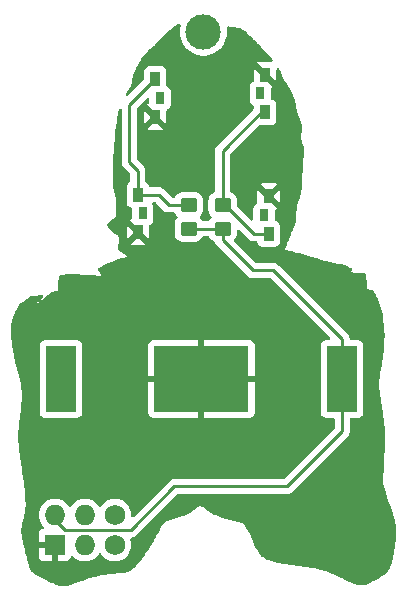
<source format=gbl>
G04 #@! TF.GenerationSoftware,KiCad,Pcbnew,8.0.4*
G04 #@! TF.CreationDate,2024-07-21T19:03:04-05:00*
G04 #@! TF.ProjectId,keanu-homeboy,6b65616e-752d-4686-9f6d-65626f792e6b,rev?*
G04 #@! TF.SameCoordinates,Original*
G04 #@! TF.FileFunction,Copper,L2,Bot*
G04 #@! TF.FilePolarity,Positive*
%FSLAX46Y46*%
G04 Gerber Fmt 4.6, Leading zero omitted, Abs format (unit mm)*
G04 Created by KiCad (PCBNEW 8.0.4) date 2024-07-21 19:03:04*
%MOMM*%
%LPD*%
G01*
G04 APERTURE LIST*
G04 Aperture macros list*
%AMRoundRect*
0 Rectangle with rounded corners*
0 $1 Rounding radius*
0 $2 $3 $4 $5 $6 $7 $8 $9 X,Y pos of 4 corners*
0 Add a 4 corners polygon primitive as box body*
4,1,4,$2,$3,$4,$5,$6,$7,$8,$9,$2,$3,0*
0 Add four circle primitives for the rounded corners*
1,1,$1+$1,$2,$3*
1,1,$1+$1,$4,$5*
1,1,$1+$1,$6,$7*
1,1,$1+$1,$8,$9*
0 Add four rect primitives between the rounded corners*
20,1,$1+$1,$2,$3,$4,$5,0*
20,1,$1+$1,$4,$5,$6,$7,0*
20,1,$1+$1,$6,$7,$8,$9,0*
20,1,$1+$1,$8,$9,$2,$3,0*%
G04 Aperture macros list end*
G04 #@! TA.AperFunction,ComponentPad*
%ADD10O,1.727200X1.727200*%
G04 #@! TD*
G04 #@! TA.AperFunction,ComponentPad*
%ADD11R,1.727200X1.727200*%
G04 #@! TD*
G04 #@! TA.AperFunction,ComponentPad*
%ADD12C,1.727200*%
G04 #@! TD*
G04 #@! TA.AperFunction,SMDPad,CuDef*
%ADD13RoundRect,0.250000X-0.450000X0.350000X-0.450000X-0.350000X0.450000X-0.350000X0.450000X0.350000X0*%
G04 #@! TD*
G04 #@! TA.AperFunction,SMDPad,CuDef*
%ADD14R,0.900000X1.200000*%
G04 #@! TD*
G04 #@! TA.AperFunction,SMDPad,CuDef*
%ADD15R,0.800000X1.000000*%
G04 #@! TD*
G04 #@! TA.AperFunction,SMDPad,CuDef*
%ADD16C,3.000000*%
G04 #@! TD*
G04 #@! TA.AperFunction,SMDPad,CuDef*
%ADD17R,8.000000X5.560000*%
G04 #@! TD*
G04 #@! TA.AperFunction,SMDPad,CuDef*
%ADD18R,2.600000X5.560000*%
G04 #@! TD*
G04 #@! TA.AperFunction,Conductor*
%ADD19C,0.250000*%
G04 #@! TD*
G04 APERTURE END LIST*
D10*
X-17226280Y-13843000D03*
D11*
X-17226280Y-16383000D03*
D10*
X-14686280Y-13843000D03*
X-14686280Y-16383000D03*
D12*
X-12146280Y-13843000D03*
X-12146280Y-16383000D03*
D13*
X-3027680Y12401740D03*
X-3027680Y10401740D03*
X-5892800Y12401740D03*
X-5892800Y10401740D03*
D14*
X-10208000Y10084000D03*
X-10208000Y13284000D03*
D15*
X-9808000Y11684000D03*
D14*
X869500Y13159100D03*
X869500Y9959100D03*
D15*
X469500Y11559100D03*
D14*
X556000Y23444000D03*
X556000Y20244000D03*
D15*
X156000Y21844000D03*
D14*
X-8743500Y19860900D03*
X-8743500Y23060900D03*
D15*
X-8343500Y21460900D03*
D16*
X-4655820Y27063700D03*
D17*
X-4820619Y-2322908D03*
D18*
X7084381Y-2322908D03*
X-16725619Y-2322908D03*
D19*
X-3027680Y9401740D02*
X-3027680Y10401740D01*
X-483940Y6858000D02*
X-3027680Y9401740D01*
X7086600Y-840689D02*
X7086600Y1041400D01*
X7084381Y-842908D02*
X7086600Y-840689D01*
X7086600Y1041400D02*
X1270000Y6858000D01*
X1270000Y6858000D02*
X-483940Y6858000D01*
X7084381Y-2322908D02*
X7084381Y-842908D01*
X-8458000Y13284000D02*
X-10208000Y13284000D01*
X-7575740Y12401740D02*
X-8458000Y13284000D01*
X-5892800Y12401740D02*
X-7575740Y12401740D01*
X-3027680Y10401740D02*
X-5892800Y10401740D01*
X-10922000Y16002000D02*
X-10922000Y20882400D01*
X-10208000Y15288000D02*
X-10922000Y16002000D01*
X-10208000Y13284000D02*
X-10208000Y15288000D01*
X-10922000Y20882400D02*
X-8743500Y23060900D01*
X7084381Y-6771319D02*
X7084381Y-2322908D01*
X2425700Y-11430000D02*
X7084381Y-6771319D01*
X-7112000Y-11430000D02*
X2425700Y-11430000D01*
X-10815201Y-15133201D02*
X-7112000Y-11430000D01*
X-16367879Y-15133201D02*
X-10815201Y-15133201D01*
X-17556480Y-13944600D02*
X-16367879Y-15133201D01*
X-16725619Y-2322908D02*
X-16725619Y-842908D01*
X-17556480Y-3153769D02*
X-16725619Y-2322908D01*
X71480Y9981740D02*
X1046480Y9981740D01*
X-407680Y9981740D02*
X71480Y9981740D01*
X-3027680Y12601740D02*
X-407680Y9981740D01*
X-3027680Y13401740D02*
X-3027680Y12601740D01*
X-3027680Y17000220D02*
X640080Y20667980D01*
X-3027680Y13401740D02*
X-3027680Y17000220D01*
G04 #@! TA.AperFunction,Conductor*
G36*
X-6627745Y27716575D02*
G01*
X-6594845Y27653662D01*
X-6595061Y27603465D01*
X-6650262Y27337830D01*
X-6650262Y27337820D01*
X-6650263Y27337819D01*
X-6650263Y27337816D01*
X-6669013Y27063704D01*
X-6669013Y27063695D01*
X-6656301Y26877850D01*
X-6650262Y26789570D01*
X-6594358Y26520547D01*
X-6502343Y26261642D01*
X-6375931Y26017677D01*
X-6217477Y25793198D01*
X-6029931Y25592386D01*
X-5816789Y25418982D01*
X-5665389Y25326914D01*
X-5582017Y25276214D01*
X-5330000Y25166748D01*
X-5329998Y25166747D01*
X-5329997Y25166747D01*
X-5221059Y25136224D01*
X-5065413Y25092614D01*
X-4793215Y25055200D01*
X-4793205Y25055200D01*
X-4518424Y25055200D01*
X-4246226Y25092614D01*
X-3981639Y25166748D01*
X-3729622Y25276214D01*
X-3494848Y25418984D01*
X-3281706Y25592388D01*
X-3094163Y25793198D01*
X-2935712Y26017671D01*
X-2809297Y26261641D01*
X-2717282Y26520545D01*
X-2717280Y26520553D01*
X-2669365Y26751134D01*
X-2661378Y26789570D01*
X-2661377Y26789573D01*
X-2661377Y26789577D01*
X-2661376Y26789583D01*
X-2642627Y27063695D01*
X-2642627Y27063704D01*
X-2661376Y27337816D01*
X-2661377Y27337822D01*
X-2661377Y27337825D01*
X-2661378Y27337830D01*
X-2667069Y27365220D01*
X-2661345Y27435985D01*
X-2618271Y27492421D01*
X-2551522Y27516611D01*
X-2526963Y27515737D01*
X-2368670Y27494515D01*
X-2316123Y27487471D01*
X-2316023Y27487458D01*
X-2316016Y27487457D01*
X-2033738Y27450593D01*
X-1940891Y27438637D01*
X-1940262Y27438555D01*
X-1844495Y27425733D01*
X-1843186Y27425550D01*
X-1752109Y27412382D01*
X-1750756Y27412179D01*
X-1730556Y27409029D01*
X-1667958Y27399269D01*
X-1666233Y27398987D01*
X-1596751Y27387163D01*
X-1594052Y27386674D01*
X-1543435Y27376922D01*
X-1537513Y27375632D01*
X-1515646Y27370317D01*
X-1498911Y27364990D01*
X-1444770Y27343495D01*
X-1430421Y27336723D01*
X-1364480Y27300361D01*
X-1354760Y27294412D01*
X-1274720Y27240296D01*
X-1268271Y27235632D01*
X-1173131Y27162115D01*
X-1169365Y27159087D01*
X-1093880Y27095990D01*
X-1090580Y27093133D01*
X-1058066Y27063969D01*
X-1056182Y27062242D01*
X-1006419Y27015693D01*
X-1005566Y27014887D01*
X-940746Y26953023D01*
X-940386Y26952677D01*
X-887495Y26901589D01*
X-862731Y26877668D01*
X-862486Y26877431D01*
X-773770Y26791036D01*
X-773584Y26790854D01*
X-676144Y26695390D01*
X-675990Y26695114D01*
X-675928Y26695178D01*
X-570788Y26591673D01*
X-570608Y26591494D01*
X-460261Y26482424D01*
X-460147Y26482219D01*
X-460101Y26482266D01*
X-345619Y26368703D01*
X-345470Y26368554D01*
X-229093Y26252725D01*
X-228949Y26252582D01*
X-112274Y26136081D01*
X-112289Y26136065D01*
X-112132Y26135939D01*
X2931Y26020666D01*
X3039Y26020466D01*
X3085Y26020512D01*
X115234Y25907763D01*
X222421Y25799579D01*
X322894Y25697703D01*
X414649Y25604140D01*
X414975Y25603806D01*
X496563Y25519991D01*
X497020Y25519519D01*
X566108Y25447801D01*
X566816Y25447060D01*
X622239Y25388583D01*
X623035Y25387735D01*
X640626Y25368828D01*
X641690Y25367671D01*
X709102Y25293379D01*
X824004Y25166748D01*
X852640Y25135190D01*
X854324Y25133295D01*
X1044531Y24915006D01*
X1046484Y24912710D01*
X1176103Y24756564D01*
X1204223Y24691373D01*
X1192634Y24621329D01*
X1145016Y24568669D01*
X1076488Y24550113D01*
X1065681Y24550807D01*
X1054590Y24551999D01*
X1054585Y24552000D01*
X57415Y24552000D01*
X57402Y24551999D01*
X-3093Y24545494D01*
X-3098Y24545493D01*
X-136518Y24495728D01*
X556000Y23803211D01*
X556000Y23803210D01*
X1513999Y22845209D01*
X1514000Y22845210D01*
X1514000Y23873152D01*
X1534002Y23941273D01*
X1587658Y23987766D01*
X1657932Y23997870D01*
X1722512Y23968376D01*
X1751316Y23932183D01*
X1803692Y23833416D01*
X1807287Y23826071D01*
X1871055Y23684297D01*
X1873886Y23677475D01*
X1904697Y23596614D01*
X1964796Y23439001D01*
X1964796Y23439000D01*
X2030554Y23291235D01*
X2030571Y23291201D01*
X2105214Y23147183D01*
X2192020Y23000696D01*
X2294244Y22845574D01*
X2321740Y22805945D01*
X2323185Y22803816D01*
X2431129Y22641246D01*
X2434063Y22636612D01*
X2539367Y22461973D01*
X2541754Y22457839D01*
X2643935Y22272879D01*
X2645967Y22269046D01*
X2743537Y22077103D01*
X2745341Y22073406D01*
X2836904Y21877718D01*
X2838571Y21874000D01*
X2922663Y21678005D01*
X2924264Y21674095D01*
X2999567Y21480958D01*
X3001155Y21476653D01*
X3066235Y21289913D01*
X3067856Y21284932D01*
X3121379Y21108008D01*
X3123053Y21101931D01*
X3163691Y20938516D01*
X3165382Y20930653D01*
X3192219Y20783088D01*
X3193323Y20775817D01*
X3200194Y20719554D01*
X3200194Y20719548D01*
X3215057Y20597790D01*
X3234811Y20482940D01*
X3234817Y20482912D01*
X3260825Y20370389D01*
X3260831Y20370363D01*
X3294528Y20255225D01*
X3294532Y20255214D01*
X3337276Y20132840D01*
X3390483Y19998408D01*
X3455568Y19847122D01*
X3456952Y19844000D01*
X3457149Y19843552D01*
X3512098Y19718250D01*
X3512822Y19716566D01*
X3557058Y19611565D01*
X3558279Y19608559D01*
X3592778Y19520392D01*
X3594535Y19515621D01*
X3620398Y19440755D01*
X3622526Y19433982D01*
X3641041Y19368679D01*
X3643125Y19360227D01*
X3655796Y19299942D01*
X3657347Y19290955D01*
X3665532Y19230592D01*
X3666355Y19222640D01*
X3671045Y19156987D01*
X3671324Y19151204D01*
X3673242Y19075592D01*
X3673282Y19072823D01*
X3673419Y19032272D01*
X3673400Y19029622D01*
X3671990Y18949755D01*
X3671915Y18947082D01*
X3668212Y18851882D01*
X3668118Y18849874D01*
X3662618Y18749664D01*
X3662486Y18747576D01*
X3655706Y18652825D01*
X3655558Y18650961D01*
X3652727Y18618239D01*
X3639251Y18446012D01*
X3632831Y18293852D01*
X3632830Y18293820D01*
X3633920Y18157178D01*
X3633921Y18157160D01*
X3642982Y18031496D01*
X3660476Y17912289D01*
X3660476Y17912288D01*
X3686855Y17795080D01*
X3722595Y17675286D01*
X3722599Y17675276D01*
X3759229Y17571936D01*
X3759311Y17571703D01*
X3800002Y17456189D01*
X3802186Y17449380D01*
X3831283Y17348920D01*
X3833623Y17339495D01*
X3853023Y17246112D01*
X3854809Y17235073D01*
X3865661Y17141988D01*
X3866454Y17131130D01*
X3869416Y17031167D01*
X3869360Y17022140D01*
X3864590Y16908738D01*
X3864150Y16902262D01*
X3851674Y16769298D01*
X3851336Y16766128D01*
X3843511Y16700602D01*
X3843499Y16700500D01*
X3829571Y16584679D01*
X3816821Y16467867D01*
X3805071Y16347512D01*
X3794182Y16221390D01*
X3783975Y16086884D01*
X3774319Y15941918D01*
X3765029Y15783750D01*
X3755972Y15610367D01*
X3747804Y15436737D01*
X3746962Y15418847D01*
X3737861Y15207222D01*
X3728505Y14972962D01*
X3728502Y14972874D01*
X3728501Y14972874D01*
X3727049Y14935198D01*
X3727036Y14934864D01*
X3716859Y14687880D01*
X3716818Y14686972D01*
X3706003Y14463661D01*
X3705938Y14462428D01*
X3694166Y14260353D01*
X3694061Y14258728D01*
X3681044Y14075992D01*
X3680878Y14073911D01*
X3666333Y13908451D01*
X3666078Y13905858D01*
X3649715Y13755451D01*
X3649334Y13752316D01*
X3630880Y13614834D01*
X3630334Y13611177D01*
X3609517Y13484419D01*
X3608775Y13480322D01*
X3585293Y13361942D01*
X3584344Y13357567D01*
X3557889Y13245266D01*
X3556761Y13240839D01*
X3552528Y13225398D01*
X3526953Y13132130D01*
X3525721Y13127928D01*
X3503034Y13055242D01*
X3492180Y13020470D01*
X3490934Y13016690D01*
X3453165Y12907895D01*
X3452161Y12905109D01*
X3421265Y12822438D01*
X3374941Y12696979D01*
X3336156Y12580163D01*
X3304167Y12467777D01*
X3278235Y12355616D01*
X3278232Y12355605D01*
X3257589Y12239372D01*
X3257586Y12239355D01*
X3241483Y12114805D01*
X3232911Y12019372D01*
X3229168Y11977707D01*
X3220888Y11840341D01*
X3219889Y11823775D01*
X3212901Y11648962D01*
X3212857Y11647607D01*
X3212802Y11645900D01*
X3207352Y11489857D01*
X3207303Y11488632D01*
X3201359Y11355565D01*
X3201231Y11353195D01*
X3194001Y11239458D01*
X3193697Y11235603D01*
X3184459Y11137796D01*
X3183814Y11132275D01*
X3171916Y11046789D01*
X3170737Y11039773D01*
X3155482Y10962440D01*
X3153682Y10954634D01*
X3134201Y10880914D01*
X3131958Y10873384D01*
X3107110Y10798583D01*
X3104833Y10792292D01*
X3087015Y10746879D01*
X3073334Y10712013D01*
X3071427Y10707423D01*
X3032104Y10617777D01*
X3030784Y10614868D01*
X2982704Y10512402D01*
X2981973Y10510872D01*
X2924175Y10391885D01*
X2923999Y10391523D01*
X2923403Y10390306D01*
X2884402Y10307759D01*
X2853281Y10241892D01*
X2796959Y10110440D01*
X2787131Y10084001D01*
X2753098Y9992451D01*
X2720373Y9884464D01*
X2720370Y9884452D01*
X2720368Y9884445D01*
X2704667Y9818821D01*
X2703797Y9815397D01*
X2689008Y9760442D01*
X2686790Y9753099D01*
X2661349Y9677286D01*
X2659895Y9673189D01*
X2624286Y9578087D01*
X2623230Y9575268D01*
X2622194Y9572595D01*
X2576027Y9457382D01*
X2575145Y9455180D01*
X2574366Y9453283D01*
X2520140Y9324255D01*
X2517645Y9318319D01*
X2516990Y9316788D01*
X2451063Y9165551D01*
X2450737Y9164811D01*
X2438682Y9137650D01*
X2422754Y9101663D01*
X2381284Y9007972D01*
X2334162Y8899944D01*
X2296871Y8812473D01*
X2292403Y8801586D01*
X2268832Y8744160D01*
X2249556Y8693809D01*
X2239543Y8663271D01*
X2238520Y8660152D01*
X2238517Y8660140D01*
X2235199Y8642530D01*
X2247400Y8628288D01*
X2282402Y8611596D01*
X2337785Y8593212D01*
X2392928Y8578683D01*
X2411210Y8573866D01*
X2500227Y8554321D01*
X2500231Y8554320D01*
X2500264Y8554313D01*
X2545203Y8545575D01*
X2546339Y8545349D01*
X2685153Y8517030D01*
X2688253Y8516357D01*
X2849937Y8479109D01*
X2852224Y8478560D01*
X2986224Y8445043D01*
X3037624Y8432187D01*
X3039371Y8431737D01*
X3248091Y8376315D01*
X3249494Y8375934D01*
X3481070Y8311573D01*
X3482217Y8311248D01*
X3736331Y8238025D01*
X3737290Y8237744D01*
X4013289Y8155839D01*
X4014106Y8155594D01*
X4312388Y8064877D01*
X4312821Y8064744D01*
X4374947Y8045605D01*
X4375093Y8045560D01*
X4375150Y8045543D01*
X4390033Y8041013D01*
X4621752Y7970481D01*
X4867910Y7897616D01*
X4867957Y7897602D01*
X4867989Y7897593D01*
X4936044Y7878003D01*
X5111327Y7827549D01*
X5348698Y7761181D01*
X5577830Y7699088D01*
X5795627Y7642106D01*
X5795658Y7642098D01*
X5999617Y7590894D01*
X5999669Y7590881D01*
X6186934Y7546218D01*
X6354921Y7508794D01*
X6457985Y7487610D01*
X6522125Y7475569D01*
X6598097Y7462250D01*
X6681356Y7448355D01*
X6767273Y7434593D01*
X6851572Y7421619D01*
X6929659Y7410138D01*
X6996873Y7400863D01*
X7049005Y7394444D01*
X7076180Y7392052D01*
X7095648Y7388786D01*
X7099281Y7387879D01*
X7112377Y7383841D01*
X7143141Y7372490D01*
X7147655Y7370725D01*
X7197216Y7350240D01*
X7200014Y7349044D01*
X7259902Y7322580D01*
X7261870Y7321690D01*
X7304730Y7301865D01*
X7473760Y7224529D01*
X7628160Y7158848D01*
X7774247Y7102248D01*
X7862803Y7071423D01*
X7920562Y7030138D01*
X7946832Y6964180D01*
X7933271Y6894490D01*
X7921015Y6875297D01*
X7894284Y6840768D01*
X7894283Y6840766D01*
X7876431Y6806418D01*
X7873999Y6793377D01*
X7878415Y6778413D01*
X7878416Y6778412D01*
X7892719Y6765082D01*
X7918511Y6753169D01*
X7918514Y6753168D01*
X7919845Y6752802D01*
X7920325Y6752505D01*
X7923362Y6751395D01*
X7923135Y6750775D01*
X7979815Y6715863D01*
X7992511Y6701831D01*
X7992969Y6701215D01*
X7993628Y6700823D01*
X7998220Y6697455D01*
X8038234Y6679453D01*
X8043128Y6676065D01*
X8043659Y6675951D01*
X8071014Y6666653D01*
X8071508Y6666418D01*
X8080703Y6665959D01*
X8104894Y6659019D01*
X8136174Y6655369D01*
X8148158Y6653381D01*
X8167835Y6649132D01*
X8184958Y6649679D01*
X8214207Y6646267D01*
X8225013Y6643116D01*
X8254283Y6641386D01*
X8261443Y6640758D01*
X8290575Y6637360D01*
X8301755Y6638581D01*
X8559377Y6623359D01*
X8562734Y6622511D01*
X8603646Y6620729D01*
X8605590Y6620629D01*
X8646526Y6618210D01*
X8649953Y6618711D01*
X9014995Y6602813D01*
X9082181Y6579866D01*
X9126296Y6524238D01*
X9135388Y6482538D01*
X9139047Y6400385D01*
X9139053Y6400255D01*
X9143350Y6301485D01*
X9143355Y6301373D01*
X9147955Y6193426D01*
X9147958Y6193353D01*
X9149385Y6159401D01*
X9156486Y5996517D01*
X9163198Y5857022D01*
X9169667Y5739245D01*
X9176067Y5640997D01*
X9182528Y5560779D01*
X9189221Y5496507D01*
X9196306Y5446267D01*
X9203924Y5408277D01*
X9212240Y5380600D01*
X9212246Y5380580D01*
X9214204Y5375643D01*
X9233147Y5342273D01*
X9233149Y5342271D01*
X9259397Y5321743D01*
X9259403Y5321740D01*
X9275339Y5317949D01*
X9336980Y5282723D01*
X9344684Y5270269D01*
X9363150Y5249821D01*
X9373853Y5242466D01*
X9397858Y5229506D01*
X9398159Y5230212D01*
X9430151Y5216601D01*
X9464870Y5214835D01*
X9464789Y5213250D01*
X9466084Y5213322D01*
X9494216Y5217881D01*
X9515575Y5219497D01*
X9521960Y5219435D01*
X9547143Y5226456D01*
X9581603Y5232040D01*
X9587150Y5232812D01*
X9592196Y5233401D01*
X9662176Y5221432D01*
X9709109Y5181802D01*
X9725227Y5159383D01*
X9729593Y5152894D01*
X9763704Y5098636D01*
X9766533Y5093910D01*
X9809625Y5018215D01*
X9811213Y5015340D01*
X9860878Y4922553D01*
X9861957Y4920490D01*
X9915838Y4815196D01*
X9916681Y4813518D01*
X9972561Y4700183D01*
X9973302Y4698655D01*
X10029342Y4581024D01*
X10030061Y4579487D01*
X10084140Y4461920D01*
X10084910Y4460213D01*
X10135091Y4346708D01*
X10135995Y4344613D01*
X10180413Y4239014D01*
X10181308Y4236828D01*
X10203713Y4180637D01*
X10205498Y4175884D01*
X10326923Y3831646D01*
X10329258Y3824323D01*
X10431984Y3464518D01*
X10433775Y3457481D01*
X10518222Y3080661D01*
X10519534Y3073962D01*
X10585654Y2679991D01*
X10586552Y2673664D01*
X10634284Y2262457D01*
X10634831Y2256521D01*
X10664116Y1828038D01*
X10664372Y1822493D01*
X10675157Y1376686D01*
X10675176Y1371529D01*
X10667418Y908351D01*
X10667247Y903565D01*
X10640898Y422819D01*
X10640605Y418703D01*
X10603440Y-4916D01*
X10603156Y-7778D01*
X10572724Y-282472D01*
X10572471Y-284586D01*
X10536597Y-565012D01*
X10536320Y-567047D01*
X10494447Y-856777D01*
X10494160Y-858663D01*
X10445716Y-1161409D01*
X10445434Y-1163100D01*
X10389824Y-1482689D01*
X10389560Y-1484155D01*
X10326627Y-1822126D01*
X10326522Y-1822683D01*
X10299854Y-1962398D01*
X10279979Y-2068908D01*
X10276354Y-2088333D01*
X10256099Y-2202616D01*
X10256095Y-2202642D01*
X10239131Y-2307535D01*
X10225484Y-2405448D01*
X10215205Y-2498613D01*
X10208327Y-2589382D01*
X10204890Y-2680076D01*
X10204932Y-2772971D01*
X10208495Y-2870440D01*
X10215612Y-2974704D01*
X10226334Y-3088233D01*
X10240681Y-3213162D01*
X10258709Y-3351941D01*
X10280453Y-3506868D01*
X10292979Y-3592039D01*
X10305942Y-3680175D01*
X10332411Y-3855613D01*
X10335210Y-3874161D01*
X10364151Y-4064001D01*
X10364150Y-4064001D01*
X10364151Y-4064004D01*
X10400344Y-4301466D01*
X10400350Y-4301554D01*
X10400358Y-4301553D01*
X10432923Y-4516214D01*
X10432914Y-4516215D01*
X10432940Y-4516329D01*
X10462141Y-4710029D01*
X10462152Y-4710183D01*
X10462164Y-4710182D01*
X10488370Y-4885459D01*
X10488384Y-4885655D01*
X10488399Y-4885653D01*
X10511945Y-5044825D01*
X10533121Y-5189895D01*
X10552244Y-5323062D01*
X10569633Y-5446523D01*
X10585606Y-5562476D01*
X10594874Y-5631410D01*
X10600452Y-5672900D01*
X10600506Y-5673313D01*
X10614549Y-5780452D01*
X10614600Y-5780846D01*
X10628181Y-5887057D01*
X10628193Y-5887260D01*
X10628207Y-5887259D01*
X10629708Y-5899150D01*
X10629734Y-5899359D01*
X10650632Y-6067168D01*
X10650703Y-6067751D01*
X10668237Y-6214111D01*
X10668348Y-6215069D01*
X10682791Y-6343974D01*
X10682940Y-6345369D01*
X10694585Y-6460915D01*
X10694757Y-6462757D01*
X10703886Y-6568938D01*
X10704055Y-6571122D01*
X10710978Y-6672204D01*
X10711115Y-6674521D01*
X10716126Y-6774740D01*
X10716216Y-6776929D01*
X10719594Y-6880598D01*
X10719640Y-6882425D01*
X10721650Y-6993674D01*
X10721668Y-6995027D01*
X10722571Y-7118295D01*
X10722574Y-7119169D01*
X10722628Y-7257990D01*
X10722628Y-7258292D01*
X10722603Y-7270750D01*
X10722602Y-7270927D01*
X10722351Y-7344412D01*
X10722349Y-7344821D01*
X10721881Y-7415075D01*
X10721876Y-7415631D01*
X10721117Y-7484202D01*
X10721108Y-7484870D01*
X10719982Y-7553619D01*
X10719968Y-7554353D01*
X10718398Y-7625055D01*
X10718379Y-7625795D01*
X10716299Y-7699865D01*
X10716278Y-7700569D01*
X10713591Y-7780358D01*
X10713568Y-7780986D01*
X10710217Y-7867634D01*
X10710195Y-7868173D01*
X10706090Y-7963718D01*
X10706070Y-7964163D01*
X10701150Y-8069966D01*
X10701133Y-8070324D01*
X10695298Y-8188558D01*
X10695284Y-8188836D01*
X10688472Y-8320936D01*
X10688461Y-8321150D01*
X10680586Y-8468965D01*
X10680577Y-8469124D01*
X10671592Y-8633862D01*
X10671586Y-8633979D01*
X10661389Y-8817806D01*
X10661384Y-8817889D01*
X10649907Y-9022339D01*
X10649904Y-9022394D01*
X10637074Y-9249160D01*
X10637072Y-9249193D01*
X10625727Y-9448789D01*
X10625726Y-9448800D01*
X10529935Y-11131546D01*
X10529936Y-11131549D01*
X10529936Y-11131550D01*
X10702644Y-11655054D01*
X10921684Y-12319001D01*
X10921676Y-12319003D01*
X10921693Y-12319028D01*
X11005412Y-12572996D01*
X11005425Y-12573079D01*
X11005438Y-12573075D01*
X11081542Y-12804451D01*
X11081510Y-12804461D01*
X11081579Y-12804565D01*
X11150359Y-13014353D01*
X11150385Y-13014521D01*
X11150412Y-13014513D01*
X11212468Y-13204646D01*
X11212539Y-13204865D01*
X11226586Y-13248172D01*
X11268125Y-13376236D01*
X11317802Y-13530666D01*
X11361915Y-13669324D01*
X11400822Y-13793399D01*
X11401021Y-13794043D01*
X11434999Y-13904464D01*
X11435247Y-13905277D01*
X11435914Y-13907497D01*
X11464927Y-14004102D01*
X11465166Y-14004909D01*
X11490901Y-14093298D01*
X11491258Y-14094550D01*
X11513444Y-14173791D01*
X11513854Y-14175290D01*
X11526723Y-14223540D01*
X11531888Y-14242905D01*
X11532907Y-14246723D01*
X11533358Y-14248465D01*
X11549751Y-14313650D01*
X11550222Y-14315585D01*
X11564395Y-14375961D01*
X11564856Y-14378002D01*
X11577246Y-14435022D01*
X11577666Y-14437033D01*
X11588719Y-14492223D01*
X11589070Y-14494048D01*
X11599234Y-14548995D01*
X11599473Y-14550328D01*
X11606497Y-14590724D01*
X11607227Y-14595448D01*
X11632795Y-14784799D01*
X11633557Y-14791995D01*
X11649709Y-15001939D01*
X11650025Y-15007870D01*
X11656844Y-15237859D01*
X11656892Y-15242921D01*
X11654285Y-15490344D01*
X11654159Y-15494801D01*
X11642098Y-15757207D01*
X11641847Y-15761249D01*
X11620337Y-16036213D01*
X11619986Y-16039976D01*
X11588984Y-16325729D01*
X11588693Y-16328187D01*
X11575252Y-16432858D01*
X11574995Y-16434745D01*
X11542015Y-16664081D01*
X11541644Y-16666493D01*
X11504490Y-16893551D01*
X11504081Y-16895910D01*
X11463321Y-17118390D01*
X11462860Y-17120777D01*
X11419115Y-17336035D01*
X11418581Y-17338535D01*
X11372506Y-17543821D01*
X11371876Y-17546486D01*
X11324106Y-17739167D01*
X11323296Y-17742268D01*
X11274549Y-17919466D01*
X11273469Y-17923169D01*
X11224477Y-18082069D01*
X11222937Y-18086737D01*
X11174601Y-18224217D01*
X11172206Y-18230489D01*
X11125242Y-18344281D01*
X11119805Y-18355774D01*
X11078716Y-18432351D01*
X11071183Y-18444645D01*
X11017191Y-18522397D01*
X11009694Y-18532142D01*
X10939497Y-18614711D01*
X10932609Y-18622180D01*
X10844772Y-18710044D01*
X10838767Y-18715671D01*
X10732090Y-18809276D01*
X10727021Y-18813494D01*
X10600513Y-18913286D01*
X10596326Y-18916449D01*
X10448994Y-19023023D01*
X10445600Y-19025394D01*
X10329292Y-19103805D01*
X10276649Y-19139295D01*
X10273892Y-19141102D01*
X10082085Y-19263236D01*
X10080171Y-19264430D01*
X9932549Y-19354756D01*
X9930265Y-19356121D01*
X9743910Y-19464806D01*
X9739951Y-19467020D01*
X9570747Y-19557702D01*
X9565528Y-19560345D01*
X9411190Y-19634053D01*
X9404454Y-19637032D01*
X9263015Y-19694690D01*
X9254574Y-19697784D01*
X9124030Y-19740426D01*
X9113871Y-19743280D01*
X8991861Y-19772099D01*
X8980292Y-19774267D01*
X8864178Y-19790452D01*
X8851879Y-19791555D01*
X8736962Y-19796207D01*
X8728288Y-19796259D01*
X8682983Y-19794972D01*
X8677942Y-19794728D01*
X8602568Y-19789560D01*
X8596745Y-19789025D01*
X8523109Y-19780529D01*
X8516642Y-19779612D01*
X8484889Y-19774267D01*
X8442434Y-19767120D01*
X8435876Y-19765836D01*
X8358577Y-19748565D01*
X8352441Y-19747031D01*
X8269614Y-19724106D01*
X8264245Y-19722491D01*
X8173688Y-19693031D01*
X8169232Y-19691488D01*
X8068947Y-19654659D01*
X8065395Y-19653294D01*
X7953300Y-19608241D01*
X7950556Y-19607100D01*
X7824999Y-19553164D01*
X7822933Y-19552255D01*
X7681826Y-19488621D01*
X7680407Y-19487970D01*
X7521882Y-19413935D01*
X7521109Y-19413569D01*
X7343336Y-19328463D01*
X7342753Y-19328181D01*
X7260217Y-19288048D01*
X7188200Y-19253030D01*
X7118521Y-19219177D01*
X6985903Y-19154745D01*
X6803251Y-19067387D01*
X6637546Y-18989800D01*
X6486056Y-18920811D01*
X6346140Y-18859288D01*
X6215068Y-18804062D01*
X6090075Y-18753949D01*
X5968614Y-18707851D01*
X5847830Y-18664555D01*
X5725132Y-18622939D01*
X5695928Y-18613342D01*
X5547066Y-18566191D01*
X5398308Y-18522247D01*
X5247532Y-18481110D01*
X5092487Y-18442343D01*
X4930922Y-18405508D01*
X4760729Y-18370201D01*
X4579515Y-18335957D01*
X4385272Y-18302386D01*
X4175591Y-18269027D01*
X4006738Y-18244089D01*
X3948337Y-18235464D01*
X3797135Y-18214534D01*
X3701301Y-18201268D01*
X3432098Y-18165989D01*
X3289641Y-18147956D01*
X3289232Y-18147904D01*
X2956515Y-18104680D01*
X2955212Y-18104504D01*
X2647417Y-18061246D01*
X2645852Y-18061016D01*
X2361459Y-18017400D01*
X2359590Y-18017099D01*
X2097465Y-17972856D01*
X2095241Y-17972460D01*
X1854269Y-17927330D01*
X1851641Y-17926808D01*
X1764972Y-17908655D01*
X1630760Y-17880544D01*
X1627656Y-17879853D01*
X1425733Y-17832209D01*
X1422099Y-17831294D01*
X1238079Y-17782055D01*
X1233864Y-17780848D01*
X1066617Y-17729799D01*
X1061780Y-17728215D01*
X910192Y-17675164D01*
X904723Y-17673107D01*
X767591Y-17617853D01*
X761524Y-17615221D01*
X637679Y-17557594D01*
X631107Y-17554300D01*
X611527Y-17543759D01*
X518918Y-17493901D01*
X512607Y-17490264D01*
X430072Y-17439469D01*
X421078Y-17433382D01*
X334493Y-17369175D01*
X324048Y-17360521D01*
X237793Y-17280844D01*
X229605Y-17272546D01*
X216247Y-17257694D01*
X141290Y-17174350D01*
X135107Y-17166918D01*
X44234Y-17048679D01*
X39622Y-17042268D01*
X-54194Y-16902788D01*
X-57608Y-16897422D01*
X-154844Y-16735597D01*
X-157403Y-16731135D01*
X-258620Y-16545907D01*
X-260535Y-16542262D01*
X-366684Y-16331957D01*
X-367514Y-16330281D01*
X-375260Y-16314351D01*
X-375852Y-16313118D01*
X-442899Y-16171339D01*
X-444249Y-16168386D01*
X-450675Y-16153839D01*
X-454067Y-16145337D01*
X-478959Y-16075699D01*
X-482586Y-16063698D01*
X-495807Y-16010538D01*
X-498747Y-15994170D01*
X-499096Y-15991058D01*
X-498433Y-15977493D01*
X-503123Y-15952210D01*
X-504451Y-15943274D01*
X-505630Y-15932760D01*
X-506084Y-15919822D01*
X-508611Y-15912928D01*
X-514187Y-15892572D01*
X-516986Y-15877487D01*
X-532425Y-15845963D01*
X-537571Y-15833903D01*
X-543940Y-15816523D01*
X-554180Y-15801545D01*
X-594067Y-15720106D01*
X-597967Y-15707250D01*
X-606597Y-15692394D01*
X-618206Y-15665726D01*
X-624776Y-15644094D01*
X-624778Y-15644087D01*
X-646819Y-15586215D01*
X-669756Y-15535290D01*
X-675596Y-15522323D01*
X-675598Y-15522318D01*
X-675608Y-15522297D01*
X-711991Y-15450905D01*
X-755830Y-15372353D01*
X-756920Y-15370399D01*
X-798050Y-15301450D01*
X-811269Y-15279290D01*
X-875944Y-15176028D01*
X-951826Y-15059109D01*
X-1039813Y-14926997D01*
X-1140877Y-14778047D01*
X-1255813Y-14610875D01*
X-1301599Y-14544725D01*
X-1313957Y-14541033D01*
X-1348488Y-14531631D01*
X-1393253Y-14519695D01*
X-1403240Y-14517033D01*
X-1403315Y-14517013D01*
X-1403387Y-14516994D01*
X-1403386Y-14516993D01*
X-1475525Y-14497945D01*
X-1563350Y-14474890D01*
X-1563415Y-14474874D01*
X-1628892Y-14457760D01*
X-1664405Y-14448479D01*
X-1664404Y-14448478D01*
X-1776084Y-14419392D01*
X-1776085Y-14419393D01*
X-1814458Y-14409430D01*
X-1896463Y-14388140D01*
X-1944108Y-14375797D01*
X-2137091Y-14325677D01*
X-2189821Y-14311873D01*
X-2307825Y-14280983D01*
X-2308161Y-14280894D01*
X-2458709Y-14241040D01*
X-2459171Y-14240917D01*
X-2592495Y-14205081D01*
X-2593107Y-14204915D01*
X-2711644Y-14172412D01*
X-2712425Y-14172195D01*
X-2818408Y-14142400D01*
X-2819362Y-14142128D01*
X-2915435Y-14114301D01*
X-2916534Y-14113977D01*
X-3005165Y-14087430D01*
X-3006350Y-14087069D01*
X-3062584Y-14069621D01*
X-3090104Y-14061082D01*
X-3091222Y-14060729D01*
X-3172673Y-14034577D01*
X-3173719Y-14034236D01*
X-3250172Y-14008950D01*
X-3252198Y-14008261D01*
X-3431813Y-13945452D01*
X-3435798Y-13943982D01*
X-3591702Y-13883493D01*
X-3596943Y-13881323D01*
X-3732722Y-13821479D01*
X-3739192Y-13818405D01*
X-3858115Y-13757698D01*
X-3865534Y-13753590D01*
X-3971172Y-13690367D01*
X-3978961Y-13685306D01*
X-4075137Y-13617650D01*
X-4082546Y-13612018D01*
X-4173558Y-13537372D01*
X-4179089Y-13532560D01*
X-4243396Y-13473234D01*
X-4342648Y-13384471D01*
X-4446629Y-13304080D01*
X-4446644Y-13304069D01*
X-4552236Y-13233686D01*
X-4656346Y-13174930D01*
X-4755838Y-13129441D01*
X-4847631Y-13098840D01*
X-4847636Y-13098839D01*
X-4928574Y-13084766D01*
X-4928578Y-13084766D01*
X-4928579Y-13084766D01*
X-4966921Y-13085870D01*
X-4982261Y-13086312D01*
X-4982264Y-13086312D01*
X-5020993Y-13096122D01*
X-5020996Y-13096123D01*
X-5021001Y-13096125D01*
X-5051603Y-13109725D01*
X-5064719Y-13115554D01*
X-5087452Y-13129195D01*
X-5115888Y-13146259D01*
X-5176999Y-13189908D01*
X-5250532Y-13248164D01*
X-5338969Y-13322690D01*
X-5338985Y-13322704D01*
X-5351844Y-13333795D01*
X-5354289Y-13335851D01*
X-5413626Y-13384464D01*
X-5485325Y-13443204D01*
X-5490899Y-13447515D01*
X-5625425Y-13545638D01*
X-5631473Y-13549784D01*
X-5696110Y-13591364D01*
X-5773108Y-13640895D01*
X-5779386Y-13644680D01*
X-5930588Y-13729942D01*
X-5936752Y-13733196D01*
X-6099966Y-13813679D01*
X-6105744Y-13816350D01*
X-6283400Y-13893058D01*
X-6288602Y-13895167D01*
X-6482918Y-13968984D01*
X-6487409Y-13970593D01*
X-6700694Y-14042445D01*
X-6704504Y-14043661D01*
X-6938833Y-14114402D01*
X-6941963Y-14115303D01*
X-7199833Y-14185932D01*
X-7201574Y-14186396D01*
X-7292647Y-14209945D01*
X-7382878Y-14233487D01*
X-7418987Y-14242909D01*
X-7524115Y-14272103D01*
X-7611740Y-14298739D01*
X-7685643Y-14324058D01*
X-7749453Y-14349242D01*
X-7749470Y-14349249D01*
X-7806962Y-14375540D01*
X-7815086Y-14379601D01*
X-7823200Y-14383656D01*
X-7830710Y-14388140D01*
X-7924613Y-14444204D01*
X-8012551Y-14516966D01*
X-8012552Y-14516967D01*
X-8012554Y-14516969D01*
X-8090157Y-14605406D01*
X-8160559Y-14712981D01*
X-8160563Y-14712989D01*
X-8213456Y-14814415D01*
X-8346361Y-15084415D01*
X-8347541Y-15086752D01*
X-8428490Y-15242921D01*
X-8494528Y-15370322D01*
X-8495583Y-15372314D01*
X-8560728Y-15492571D01*
X-8654996Y-15666590D01*
X-8656019Y-15668440D01*
X-8825314Y-15968815D01*
X-8826325Y-15970576D01*
X-8849537Y-16010251D01*
X-9003261Y-16273005D01*
X-9004170Y-16274530D01*
X-9186521Y-16574973D01*
X-9187161Y-16576014D01*
X-9236439Y-16655307D01*
X-9237349Y-16656749D01*
X-9287875Y-16735610D01*
X-9411995Y-16929333D01*
X-9413677Y-16931889D01*
X-9585733Y-17186593D01*
X-9587618Y-17189305D01*
X-9689913Y-17332419D01*
X-9756782Y-17425970D01*
X-9758958Y-17428922D01*
X-9846221Y-17543759D01*
X-9924615Y-17646924D01*
X-9927157Y-17650159D01*
X-10006759Y-17748094D01*
X-10088697Y-17848902D01*
X-10091717Y-17852479D01*
X-10248457Y-18031310D01*
X-10252098Y-18035289D01*
X-10359743Y-18147956D01*
X-10403308Y-18193554D01*
X-10407815Y-18198038D01*
X-10442124Y-18230494D01*
X-10552660Y-18335059D01*
X-10558373Y-18340144D01*
X-10695910Y-18455272D01*
X-10703327Y-18461025D01*
X-10832399Y-18553644D01*
X-10842275Y-18560054D01*
X-10885373Y-18585245D01*
X-10949860Y-18622938D01*
X-10961395Y-18629680D01*
X-10974836Y-18636492D01*
X-11083321Y-18683551D01*
X-11099381Y-18689261D01*
X-11174145Y-18710267D01*
X-11188149Y-18713354D01*
X-11226318Y-18719515D01*
X-11232025Y-18720303D01*
X-11271370Y-18724820D01*
X-11292509Y-18727246D01*
X-11296056Y-18727603D01*
X-11366370Y-18733661D01*
X-11369701Y-18733903D01*
X-11440912Y-18738141D01*
X-11442896Y-18738244D01*
X-11445033Y-18738337D01*
X-11530067Y-18743424D01*
X-11627188Y-18751516D01*
X-11627200Y-18751517D01*
X-11627209Y-18751518D01*
X-11723501Y-18761431D01*
X-11723504Y-18761431D01*
X-11723510Y-18761432D01*
X-11794357Y-18770311D01*
X-11848859Y-18777409D01*
X-11850117Y-18777567D01*
X-11925235Y-18786581D01*
X-11925936Y-18786663D01*
X-12017846Y-18797170D01*
X-12018339Y-18797225D01*
X-12122023Y-18808665D01*
X-12122433Y-18808710D01*
X-12234175Y-18820669D01*
X-12234570Y-18820710D01*
X-12348770Y-18832568D01*
X-12349115Y-18832604D01*
X-12399723Y-18837718D01*
X-12426950Y-18840469D01*
X-12426987Y-18840472D01*
X-12597448Y-18857800D01*
X-12746022Y-18873661D01*
X-12746039Y-18873662D01*
X-12746077Y-18873667D01*
X-12876436Y-18888550D01*
X-12992011Y-18902917D01*
X-12992042Y-18902921D01*
X-12992064Y-18902924D01*
X-13096324Y-18917242D01*
X-13192864Y-18931993D01*
X-13285130Y-18947639D01*
X-13376707Y-18964666D01*
X-13430291Y-18975239D01*
X-13608595Y-19013171D01*
X-13788395Y-19055783D01*
X-13971930Y-19103800D01*
X-14161703Y-19158009D01*
X-14161715Y-19158012D01*
X-14161730Y-19158017D01*
X-14351308Y-19216458D01*
X-14360152Y-19219185D01*
X-14569550Y-19288053D01*
X-14646900Y-19314901D01*
X-14792359Y-19365391D01*
X-14890440Y-19400974D01*
X-15030987Y-19451963D01*
X-15287874Y-19548549D01*
X-15525158Y-19640176D01*
X-15526214Y-19640579D01*
X-15699128Y-19705573D01*
X-15702897Y-19706921D01*
X-15855564Y-19758833D01*
X-15860627Y-19760437D01*
X-15997406Y-19800601D01*
X-16003859Y-19802311D01*
X-16128186Y-19831766D01*
X-16135889Y-19833339D01*
X-16251642Y-19853235D01*
X-16260112Y-19854397D01*
X-16372045Y-19865894D01*
X-16379289Y-19866427D01*
X-16456985Y-19869902D01*
X-16461433Y-19870022D01*
X-16530704Y-19870672D01*
X-16533597Y-19870666D01*
X-16600987Y-19869751D01*
X-16604232Y-19869665D01*
X-16660910Y-19867434D01*
X-16666265Y-19867109D01*
X-16704265Y-19863989D01*
X-16711438Y-19863193D01*
X-16711959Y-19863120D01*
X-16717936Y-19862136D01*
X-16804159Y-19845796D01*
X-16811217Y-19844247D01*
X-16903169Y-19821291D01*
X-16909373Y-19819573D01*
X-17010222Y-19788846D01*
X-17015403Y-19787144D01*
X-17127338Y-19747671D01*
X-17131503Y-19746119D01*
X-17256591Y-19696981D01*
X-17259849Y-19695648D01*
X-17400057Y-19635998D01*
X-17402552Y-19634905D01*
X-17559862Y-19563925D01*
X-17561740Y-19563059D01*
X-17738389Y-19479837D01*
X-17739481Y-19479316D01*
X-17836575Y-19432429D01*
X-17837621Y-19431918D01*
X-18018646Y-19342428D01*
X-18020096Y-19341699D01*
X-18195460Y-19252178D01*
X-18196920Y-19251421D01*
X-18364961Y-19162855D01*
X-18366488Y-19162037D01*
X-18525088Y-19075640D01*
X-18526755Y-19074715D01*
X-18673700Y-18991760D01*
X-18675606Y-18990662D01*
X-18808817Y-18912363D01*
X-18811121Y-18910976D01*
X-18928375Y-18838645D01*
X-18931347Y-18836754D01*
X-19030185Y-18771901D01*
X-19034343Y-18769051D01*
X-19112138Y-18713430D01*
X-19118103Y-18708892D01*
X-19164665Y-18671224D01*
X-19175085Y-18661785D01*
X-19194771Y-18641844D01*
X-19206091Y-18628674D01*
X-19225578Y-18602557D01*
X-19233602Y-18590395D01*
X-19256134Y-18551523D01*
X-19261014Y-18542231D01*
X-19287319Y-18486644D01*
X-19290100Y-18480326D01*
X-19320663Y-18405378D01*
X-19322217Y-18401373D01*
X-19357881Y-18304606D01*
X-19358625Y-18302532D01*
X-19384643Y-18227944D01*
X-19385367Y-18225808D01*
X-19440987Y-18056681D01*
X-19441773Y-18054204D01*
X-19500103Y-17863682D01*
X-19500676Y-17861754D01*
X-19560885Y-17653263D01*
X-19561334Y-17651669D01*
X-19622399Y-17429290D01*
X-19622773Y-17427899D01*
X-19683790Y-17195312D01*
X-19684117Y-17194037D01*
X-19744044Y-16955476D01*
X-19744316Y-16954371D01*
X-19802309Y-16713284D01*
X-19802577Y-16712146D01*
X-19857593Y-16472824D01*
X-19857887Y-16471512D01*
X-19908998Y-16237783D01*
X-19909308Y-16236325D01*
X-19955598Y-16011952D01*
X-19955937Y-16010251D01*
X-19996449Y-15799247D01*
X-19996834Y-15797145D01*
X-20030703Y-15603023D01*
X-20031005Y-15601215D01*
X-20041521Y-15535290D01*
X-20042377Y-15528862D01*
X-20066113Y-15307267D01*
X-20066818Y-15295619D01*
X-20069980Y-15070782D01*
X-20069640Y-15059604D01*
X-20052234Y-14827079D01*
X-20051033Y-14816763D01*
X-20012674Y-14574720D01*
X-20010860Y-14565510D01*
X-19951032Y-14311917D01*
X-19949140Y-14304827D01*
X-19889042Y-14103388D01*
X-19831655Y-13907500D01*
X-19831654Y-13907496D01*
X-19829912Y-13899912D01*
X-19786381Y-13710329D01*
X-19752779Y-13507997D01*
X-19749100Y-13473234D01*
X-19730416Y-13296675D01*
X-19730415Y-13296662D01*
X-19718856Y-13072462D01*
X-19718855Y-13072413D01*
X-19717668Y-12831554D01*
X-19723541Y-12632478D01*
X-19728831Y-12518062D01*
X-19734992Y-12404999D01*
X-19742233Y-12291281D01*
X-19750751Y-12175212D01*
X-19760719Y-12055385D01*
X-19772362Y-11929726D01*
X-19785854Y-11796810D01*
X-19801374Y-11655066D01*
X-19819145Y-11502540D01*
X-19839321Y-11337890D01*
X-19862175Y-11158788D01*
X-19873422Y-11073446D01*
X-19887813Y-10964260D01*
X-19907201Y-10820846D01*
X-19916491Y-10752127D01*
X-19948314Y-10521391D01*
X-19983581Y-10269575D01*
X-20022459Y-9995194D01*
X-20022458Y-9995193D01*
X-20046970Y-9823450D01*
X-20046975Y-9823415D01*
X-20086717Y-9544393D01*
X-20086743Y-9544209D01*
X-20122734Y-9288820D01*
X-20122769Y-9288569D01*
X-20155191Y-9055113D01*
X-20155236Y-9054784D01*
X-20184204Y-8842083D01*
X-20184262Y-8841657D01*
X-20210101Y-8646969D01*
X-20210171Y-8646430D01*
X-20232886Y-8469422D01*
X-20232971Y-8468746D01*
X-20252839Y-8307006D01*
X-20252938Y-8306174D01*
X-20270072Y-8158586D01*
X-20270185Y-8157580D01*
X-20284799Y-8022207D01*
X-20284922Y-8021014D01*
X-20297174Y-7896425D01*
X-20297302Y-7895044D01*
X-20307373Y-7779595D01*
X-20307499Y-7778039D01*
X-20315572Y-7670062D01*
X-20315687Y-7668369D01*
X-20321942Y-7566215D01*
X-20322038Y-7564444D01*
X-20326656Y-7466433D01*
X-20326727Y-7464661D01*
X-20329881Y-7369133D01*
X-20329926Y-7367456D01*
X-20331796Y-7272490D01*
X-20331816Y-7270989D01*
X-20332562Y-7175054D01*
X-20332566Y-7174229D01*
X-20332595Y-7150597D01*
X-20332592Y-7149575D01*
X-20331804Y-7035072D01*
X-20331776Y-7033129D01*
X-20329259Y-6920280D01*
X-20329193Y-6918150D01*
X-20324721Y-6804169D01*
X-20324617Y-6802002D01*
X-20317962Y-6684203D01*
X-20317828Y-6682127D01*
X-20308742Y-6557794D01*
X-20308591Y-6555915D01*
X-20296829Y-6422455D01*
X-20296675Y-6420835D01*
X-20282010Y-6275876D01*
X-20281867Y-6274533D01*
X-20264041Y-6115375D01*
X-20263916Y-6114302D01*
X-20242704Y-5938559D01*
X-20242601Y-5937729D01*
X-20217773Y-5742900D01*
X-20217692Y-5742276D01*
X-20188980Y-5525607D01*
X-20188831Y-5525271D01*
X-20188932Y-5525258D01*
X-20174216Y-5416537D01*
X-20129447Y-5065194D01*
X-20093875Y-4735455D01*
X-20067432Y-4425246D01*
X-20050059Y-4132676D01*
X-20041685Y-3855636D01*
X-20042243Y-3592039D01*
X-20051665Y-3339958D01*
X-20069890Y-3097301D01*
X-20091604Y-2901986D01*
X-20110634Y-2763287D01*
X-20130999Y-2637664D01*
X-20154117Y-2518930D01*
X-20180363Y-2405448D01*
X-20181411Y-2400918D01*
X-20206291Y-2307548D01*
X-20214274Y-2277588D01*
X-20254109Y-2142864D01*
X-20300448Y-1996427D01*
X-20300938Y-1994842D01*
X-20465478Y-1450036D01*
X-20466871Y-1445057D01*
X-20606307Y-904111D01*
X-20607526Y-898932D01*
X-20722709Y-358647D01*
X-20723723Y-353333D01*
X-20815068Y188209D01*
X-20815787Y193043D01*
X-20856130Y505724D01*
X-18534119Y505724D01*
X-18534119Y-5151540D01*
X-18534118Y-5151557D01*
X-18529997Y-5189895D01*
X-18527608Y-5212109D01*
X-18476508Y-5349112D01*
X-18476506Y-5349114D01*
X-18476506Y-5349115D01*
X-18388880Y-5466169D01*
X-18272418Y-5553352D01*
X-18271823Y-5553797D01*
X-18134820Y-5604897D01*
X-18134818Y-5604897D01*
X-18134815Y-5604898D01*
X-18074268Y-5611407D01*
X-18074264Y-5611407D01*
X-18074257Y-5611408D01*
X-18074251Y-5611408D01*
X-15376987Y-5611408D01*
X-15376981Y-5611408D01*
X-15376974Y-5611407D01*
X-15376969Y-5611407D01*
X-15316422Y-5604898D01*
X-15316414Y-5604896D01*
X-15238494Y-5575832D01*
X-15179415Y-5553797D01*
X-15179413Y-5553796D01*
X-15179411Y-5553795D01*
X-15062357Y-5466169D01*
X-14974731Y-5349115D01*
X-14974729Y-5349110D01*
X-14923630Y-5212112D01*
X-14923628Y-5212104D01*
X-14917119Y-5151557D01*
X-14917119Y-5151493D01*
X-9328619Y-5151493D01*
X-9328618Y-5151505D01*
X-9322113Y-5212001D01*
X-9271063Y-5348872D01*
X-9271063Y-5348873D01*
X-9183523Y-5465812D01*
X-9066584Y-5553352D01*
X-8929712Y-5604402D01*
X-8869216Y-5610907D01*
X-8869204Y-5610908D01*
X-5074619Y-5610908D01*
X-4566619Y-5610908D01*
X-772034Y-5610908D01*
X-772021Y-5610907D01*
X-711525Y-5604402D01*
X-574654Y-5553352D01*
X-574653Y-5553352D01*
X-457714Y-5465812D01*
X-370174Y-5348873D01*
X-370174Y-5348872D01*
X-319124Y-5212001D01*
X-312619Y-5151505D01*
X-312619Y-2576908D01*
X-4566619Y-2576908D01*
X-4566619Y-5610908D01*
X-5074619Y-5610908D01*
X-5074619Y-2576908D01*
X-9328619Y-2576908D01*
X-9328619Y-5151493D01*
X-14917119Y-5151493D01*
X-14917119Y505677D01*
X-9328619Y505677D01*
X-9328619Y-2068908D01*
X-5074619Y-2068908D01*
X-4566619Y-2068908D01*
X-312619Y-2068908D01*
X-312619Y505689D01*
X-319124Y566185D01*
X-370174Y703056D01*
X-370174Y703057D01*
X-457714Y819996D01*
X-574653Y907536D01*
X-711525Y958586D01*
X-772021Y965091D01*
X-772034Y965092D01*
X-4566619Y965092D01*
X-4566619Y-2068908D01*
X-5074619Y-2068908D01*
X-5074619Y965092D01*
X-8869204Y965092D01*
X-8869216Y965091D01*
X-8929712Y958586D01*
X-9066583Y907536D01*
X-9066584Y907536D01*
X-9183523Y819996D01*
X-9271063Y703057D01*
X-9271063Y703056D01*
X-9322113Y566185D01*
X-9328618Y505689D01*
X-9328619Y505677D01*
X-14917119Y505677D01*
X-14917119Y505741D01*
X-14923628Y566288D01*
X-14923630Y566296D01*
X-14974729Y703294D01*
X-14974731Y703299D01*
X-15062357Y820353D01*
X-15179411Y907979D01*
X-15179413Y907980D01*
X-15179415Y907981D01*
X-15238494Y930016D01*
X-15316414Y959080D01*
X-15316422Y959082D01*
X-15376969Y965591D01*
X-15376974Y965591D01*
X-15376981Y965592D01*
X-18074257Y965592D01*
X-18074264Y965591D01*
X-18074268Y965591D01*
X-18134815Y959082D01*
X-18134818Y959081D01*
X-18134820Y959081D01*
X-18271823Y907981D01*
X-18271825Y907979D01*
X-18271826Y907979D01*
X-18388880Y820353D01*
X-18463822Y720242D01*
X-18476508Y703296D01*
X-18520579Y585137D01*
X-18527607Y566296D01*
X-18527609Y566288D01*
X-18534118Y505741D01*
X-18534119Y505724D01*
X-20856130Y505724D01*
X-20871817Y627302D01*
X-20872135Y629995D01*
X-20890472Y801053D01*
X-20890622Y802528D01*
X-20905194Y955415D01*
X-20905369Y957431D01*
X-20916445Y1097404D01*
X-20916614Y1099825D01*
X-20924623Y1233822D01*
X-20924749Y1236362D01*
X-20930070Y1370930D01*
X-20930140Y1373242D01*
X-20933143Y1515121D01*
X-20933168Y1516953D01*
X-20934200Y1672822D01*
X-20934203Y1673681D01*
X-20934195Y1713778D01*
X-20934185Y1715301D01*
X-20931471Y1936120D01*
X-20931379Y1939639D01*
X-20923408Y2137682D01*
X-20923133Y2142357D01*
X-20909226Y2321693D01*
X-20908636Y2327534D01*
X-20888142Y2491968D01*
X-20887100Y2498797D01*
X-20859346Y2652339D01*
X-20857774Y2659752D01*
X-20821994Y2806612D01*
X-20819942Y2814039D01*
X-20775228Y2958518D01*
X-20772890Y2965369D01*
X-20718208Y3111709D01*
X-20715862Y3117540D01*
X-20650139Y3269801D01*
X-20648044Y3274398D01*
X-20569947Y3437074D01*
X-20568994Y3439016D01*
X-20568450Y3440101D01*
X-20567091Y3442735D01*
X-20469296Y3626846D01*
X-20466029Y3632625D01*
X-20368363Y3795196D01*
X-20364131Y3801770D01*
X-20267416Y3942178D01*
X-20261652Y3949896D01*
X-20166860Y4067202D01*
X-20160412Y4074576D01*
X-20113278Y4124425D01*
X-20059604Y4158029D01*
X-20052926Y4160134D01*
X-20031000Y4164073D01*
X-20020138Y4169225D01*
X-20004037Y4175547D01*
X-19981339Y4182704D01*
X-19951713Y4200878D01*
X-19939831Y4207317D01*
X-19923707Y4214965D01*
X-19909433Y4226815D01*
X-19828640Y4276379D01*
X-19814231Y4282416D01*
X-19796129Y4295781D01*
X-19787185Y4301810D01*
X-19768016Y4313570D01*
X-19757011Y4324664D01*
X-19652200Y4402054D01*
X-19640321Y4408160D01*
X-19620480Y4425088D01*
X-19613551Y4430591D01*
X-19585806Y4451079D01*
X-19575492Y4462157D01*
X-19560635Y4472623D01*
X-19560632Y4472625D01*
X-19424084Y4581254D01*
X-19313053Y4677119D01*
X-19279811Y4706680D01*
X-19215614Y4737000D01*
X-19171512Y4735335D01*
X-19171406Y4735867D01*
X-19171391Y4735968D01*
X-19171386Y4735967D01*
X-19171366Y4736072D01*
X-19168838Y4735568D01*
X-19168834Y4735567D01*
X-19168829Y4735566D01*
X-19168823Y4735565D01*
X-19117392Y4727496D01*
X-19117361Y4727492D01*
X-19047475Y4722607D01*
X-18965820Y4720832D01*
X-18965808Y4720832D01*
X-18965800Y4720832D01*
X-18879109Y4722100D01*
X-18794091Y4726341D01*
X-18717553Y4733480D01*
X-18717544Y4733481D01*
X-18668991Y4740828D01*
X-18523170Y4769166D01*
X-18384911Y4797547D01*
X-18351538Y4804792D01*
X-18280724Y4799696D01*
X-18223907Y4757125D01*
X-18199125Y4690594D01*
X-18214247Y4621227D01*
X-18242960Y4585864D01*
X-18259032Y4572131D01*
X-18322065Y4518276D01*
X-18420655Y4432646D01*
X-18510598Y4353101D01*
X-18589996Y4281351D01*
X-18656951Y4219109D01*
X-18709568Y4168084D01*
X-18745948Y4129986D01*
X-18762348Y4109571D01*
X-18779138Y4077917D01*
X-18778090Y4062119D01*
X-18760465Y4061292D01*
X-18760464Y4061292D01*
X-18760463Y4061292D01*
X-18727524Y4074547D01*
X-18680517Y4101007D01*
X-18680516Y4101007D01*
X-18620748Y4139755D01*
X-18549410Y4189950D01*
X-18467830Y4250659D01*
X-18377255Y4321005D01*
X-18278849Y4400177D01*
X-18174092Y4487111D01*
X-18063953Y4581163D01*
X-17952081Y4679342D01*
X-17950870Y4680391D01*
X-17805406Y4804810D01*
X-17800978Y4808427D01*
X-17669111Y4911234D01*
X-17663280Y4915517D01*
X-17544715Y4997465D01*
X-17536721Y5002556D01*
X-17432851Y5063350D01*
X-17421374Y5069300D01*
X-17334327Y5108894D01*
X-17317054Y5115272D01*
X-17250222Y5134535D01*
X-17223542Y5139196D01*
X-17180997Y5141976D01*
X-17141987Y5138423D01*
X-17122907Y5133614D01*
X-17078337Y5112412D01*
X-17066157Y5103321D01*
X-17037482Y5073419D01*
X-17027076Y5058186D01*
X-17019369Y5045323D01*
X-17001047Y5010150D01*
X-16990479Y5048250D01*
X-16990478Y5048252D01*
X-16990476Y5048261D01*
X-16983987Y5083070D01*
X-16977446Y5138423D01*
X-16975593Y5159383D01*
X-16971165Y5209478D01*
X-16966941Y5270139D01*
X-16965461Y5291383D01*
X-16960650Y5379284D01*
X-16957047Y5468285D01*
X-16954967Y5553643D01*
X-16954584Y5600321D01*
X-16954573Y5601215D01*
X-16952920Y5709195D01*
X-16952833Y5712323D01*
X-16948341Y5824147D01*
X-16948203Y5826864D01*
X-16941221Y5939817D01*
X-16941034Y5942405D01*
X-16931977Y6052164D01*
X-16931721Y6054906D01*
X-16921010Y6157339D01*
X-16920626Y6160595D01*
X-16908768Y6251150D01*
X-16908105Y6255598D01*
X-16895772Y6329254D01*
X-16894337Y6336511D01*
X-16882664Y6387601D01*
X-16879336Y6399462D01*
X-16877723Y6404290D01*
X-16837166Y6462562D01*
X-16786307Y6487192D01*
X-16776500Y6489435D01*
X-16768891Y6491176D01*
X-16757474Y6493239D01*
X-16700609Y6500831D01*
X-16697403Y6501217D01*
X-16680381Y6503047D01*
X-16676746Y6503385D01*
X-16622297Y6507647D01*
X-16618805Y6507871D01*
X-16541125Y6511785D01*
X-16539252Y6511866D01*
X-16440837Y6515358D01*
X-16439631Y6515395D01*
X-16324123Y6518386D01*
X-16323245Y6518405D01*
X-16194200Y6520847D01*
X-16193506Y6520859D01*
X-16053184Y6522741D01*
X-16052587Y6522747D01*
X-15904982Y6524028D01*
X-15904439Y6524032D01*
X-15751673Y6524699D01*
X-15751143Y6524700D01*
X-15596801Y6524724D01*
X-15596257Y6524723D01*
X-15442983Y6524085D01*
X-15442387Y6524081D01*
X-15293343Y6522756D01*
X-15292662Y6522748D01*
X-15150743Y6520719D01*
X-15149910Y6520704D01*
X-15018127Y6517948D01*
X-15017370Y6517930D01*
X-14960829Y6516408D01*
X-14960315Y6516393D01*
X-14743484Y6509670D01*
X-14742879Y6509650D01*
X-14550132Y6502747D01*
X-14549315Y6502715D01*
X-14379661Y6495536D01*
X-14378559Y6495485D01*
X-14230540Y6487923D01*
X-14229045Y6487838D01*
X-14101502Y6479801D01*
X-14099457Y6479655D01*
X-13991373Y6471077D01*
X-13988544Y6470820D01*
X-13898787Y6461656D01*
X-13894809Y6461186D01*
X-13822513Y6451474D01*
X-13816810Y6450575D01*
X-13807991Y6448976D01*
X-13761391Y6440526D01*
X-13753038Y6438716D01*
X-13714430Y6428968D01*
X-13701950Y6425119D01*
X-13677134Y6416032D01*
X-13665129Y6410917D01*
X-13659963Y6408392D01*
X-13659963Y6408391D01*
X-13632776Y6395117D01*
X-13614707Y6386295D01*
X-13614702Y6386293D01*
X-13614698Y6386292D01*
X-13581433Y6377606D01*
X-13581428Y6377605D01*
X-13550805Y6382011D01*
X-13550800Y6382012D01*
X-13513459Y6399191D01*
X-13511121Y6400457D01*
X-13501167Y6405292D01*
X-13481216Y6413922D01*
X-13459397Y6421080D01*
X-13434352Y6426832D01*
X-13419135Y6429358D01*
X-13370624Y6434385D01*
X-13364735Y6434856D01*
X-13338154Y6436355D01*
X-13316440Y6437651D01*
X-13287092Y6439404D01*
X-13247235Y6442975D01*
X-13247231Y6442975D01*
X-13224189Y6446502D01*
X-13224185Y6446504D01*
X-13220700Y6448177D01*
X-13220699Y6448177D01*
X-13228157Y6460490D01*
X-13228159Y6460493D01*
X-13228163Y6460499D01*
X-13247543Y6486164D01*
X-13268789Y6512467D01*
X-13270148Y6514180D01*
X-13296643Y6548185D01*
X-13298923Y6551203D01*
X-13333533Y6598485D01*
X-13334966Y6600483D01*
X-13372634Y6654107D01*
X-13373779Y6655765D01*
X-13395527Y6687803D01*
X-13405402Y6701215D01*
X-13457331Y6771746D01*
X-13457332Y6771747D01*
X-13457335Y6771751D01*
X-13519472Y6837693D01*
X-13556292Y6869003D01*
X-13558649Y6870938D01*
X-13598606Y6929623D01*
X-13600493Y7000595D01*
X-13563709Y7061319D01*
X-13548609Y7073146D01*
X-13546228Y7074734D01*
X-13540361Y7078417D01*
X-13491339Y7107352D01*
X-13487812Y7109358D01*
X-13420995Y7145948D01*
X-13418891Y7147075D01*
X-13333133Y7191947D01*
X-13331902Y7192582D01*
X-13225731Y7246657D01*
X-13225108Y7246972D01*
X-13132419Y7293535D01*
X-13131302Y7294090D01*
X-12892489Y7411114D01*
X-12890433Y7412098D01*
X-12808015Y7450623D01*
X-12667628Y7516245D01*
X-12665182Y7517357D01*
X-12458866Y7608486D01*
X-12455920Y7609742D01*
X-12267329Y7687376D01*
X-12263667Y7688817D01*
X-12093880Y7752584D01*
X-12089144Y7754256D01*
X-11939588Y7803719D01*
X-11933159Y7805657D01*
X-11803092Y7841111D01*
X-11798902Y7842176D01*
X-11798354Y7842305D01*
X-11798319Y7842313D01*
X-11798300Y7842318D01*
X-11773312Y7848410D01*
X-11637879Y7881432D01*
X-11502068Y7917821D01*
X-11390203Y7951729D01*
X-11390163Y7951742D01*
X-11301617Y7983401D01*
X-11301587Y7983414D01*
X-11235658Y8013086D01*
X-11235651Y8013089D01*
X-11191714Y8041012D01*
X-11169138Y8067420D01*
X-11165785Y8078794D01*
X-11167982Y8099821D01*
X-11167982Y8099822D01*
X-11180735Y8122483D01*
X-11206077Y8148319D01*
X-11246040Y8178871D01*
X-11302657Y8215684D01*
X-11339892Y8237744D01*
X-11377945Y8260289D01*
X-11377960Y8260298D01*
X-11473982Y8314257D01*
X-11479866Y8317504D01*
X-11481057Y8318162D01*
X-11482289Y8318851D01*
X-11587544Y8378667D01*
X-11591588Y8381068D01*
X-11672967Y8431498D01*
X-11679443Y8435794D01*
X-11739076Y8478078D01*
X-11748671Y8485607D01*
X-11788446Y8520065D01*
X-11801142Y8532757D01*
X-11824460Y8559654D01*
X-11838081Y8578683D01*
X-11851537Y8601741D01*
X-11860930Y8621654D01*
X-11867131Y8638470D01*
X-11870721Y8649835D01*
X-11874276Y8663271D01*
X-11876505Y8673347D01*
X-11878785Y8686113D01*
X-11880379Y8698633D01*
X-11881653Y8715249D01*
X-11882022Y8725192D01*
X-11881954Y8752834D01*
X-11881795Y8758856D01*
X-11879645Y8801586D01*
X-11879448Y8804714D01*
X-11874893Y8865211D01*
X-11874777Y8866649D01*
X-11867683Y8948361D01*
X-11867677Y8948418D01*
X-11863455Y8995077D01*
X-11860101Y9032270D01*
X-10900518Y9032270D01*
X-10767093Y8982505D01*
X-10706597Y8976000D01*
X-9709402Y8976000D01*
X-9648905Y8982505D01*
X-9515480Y9032270D01*
X-9515480Y9032271D01*
X-10207999Y9724790D01*
X-10208000Y9724790D01*
X-10900518Y9032270D01*
X-11860101Y9032270D01*
X-11853843Y9101663D01*
X-11852139Y9120560D01*
X-11843158Y9224085D01*
X-11836408Y9308276D01*
X-11831735Y9376364D01*
X-11828991Y9431573D01*
X-11828043Y9476758D01*
X-11828198Y9485210D01*
X-11166000Y9485210D01*
X-11165999Y9485209D01*
X-10567210Y10083999D01*
X-10567210Y10084001D01*
X-11165999Y10682790D01*
X-11166000Y10682790D01*
X-11166000Y9485210D01*
X-11828198Y9485210D01*
X-11828748Y9515148D01*
X-11830965Y9549669D01*
X-11834557Y9583523D01*
X-11835995Y9594861D01*
X-11847269Y9662401D01*
X-11847272Y9662415D01*
X-11863659Y9720890D01*
X-11863662Y9720899D01*
X-11867358Y9729001D01*
X-11887650Y9773479D01*
X-11921711Y9823280D01*
X-11968329Y9873447D01*
X-12029983Y9927123D01*
X-12109154Y9987450D01*
X-12192250Y10046419D01*
X-12193141Y10047059D01*
X-12339981Y10153582D01*
X-12344589Y10157092D01*
X-12469060Y10256533D01*
X-12474597Y10261225D01*
X-12577260Y10353466D01*
X-12584072Y10360067D01*
X-12663853Y10443423D01*
X-12672335Y10453253D01*
X-12728160Y10525145D01*
X-12738581Y10540869D01*
X-12770446Y10597789D01*
X-12780905Y10622201D01*
X-12791436Y10656344D01*
X-12796627Y10683373D01*
X-12797043Y10688542D01*
X-12796428Y10714654D01*
X-12795679Y10720503D01*
X-12789359Y10746879D01*
X-12785436Y10757863D01*
X-12776058Y10778202D01*
X-12763765Y10799621D01*
X-12754977Y10812910D01*
X-12730155Y10845728D01*
X-12723430Y10853883D01*
X-12684025Y10897785D01*
X-12679343Y10902727D01*
X-12624263Y10957795D01*
X-12621151Y10960801D01*
X-12549507Y11027672D01*
X-12547507Y11029499D01*
X-12458273Y11109268D01*
X-12457076Y11110324D01*
X-12349085Y11204344D01*
X-12348558Y11204800D01*
X-12309476Y11238445D01*
X-12309376Y11238531D01*
X-12052299Y11459373D01*
X-12052497Y12013190D01*
X-12053156Y12220211D01*
X-12053364Y12239353D01*
X-12055156Y12404673D01*
X-12058753Y12568539D01*
X-12061243Y12635088D01*
X-12064208Y12714368D01*
X-12071779Y12844514D01*
X-12081734Y12961561D01*
X-12094325Y13067826D01*
X-12095008Y13072145D01*
X-12109815Y13165818D01*
X-12128464Y13257946D01*
X-12150532Y13346658D01*
X-12176279Y13434394D01*
X-12176283Y13434408D01*
X-12205951Y13523556D01*
X-12215921Y13551654D01*
X-12217475Y13556324D01*
X-12240373Y13629925D01*
X-12242803Y13638890D01*
X-12262650Y13724475D01*
X-12264100Y13731675D01*
X-12281565Y13833680D01*
X-12282401Y13839337D01*
X-12297295Y13958889D01*
X-12297769Y13963343D01*
X-12310015Y14101576D01*
X-12310275Y14105057D01*
X-12319877Y14263172D01*
X-12320013Y14265890D01*
X-12327019Y14445172D01*
X-12327084Y14447290D01*
X-12331570Y14648963D01*
X-12331596Y14650613D01*
X-12333658Y14876207D01*
X-12333663Y14877139D01*
X-12333830Y14972594D01*
X-12333823Y14974104D01*
X-12329100Y15435517D01*
X-12329055Y15437863D01*
X-12315153Y15919408D01*
X-12315073Y15921543D01*
X-12292210Y16420221D01*
X-12292103Y16422204D01*
X-12260504Y16934677D01*
X-12260374Y16936558D01*
X-12220261Y17459609D01*
X-12220108Y17461426D01*
X-12171721Y17991578D01*
X-12171545Y17993368D01*
X-12115108Y18527405D01*
X-12114906Y18529199D01*
X-12050588Y19064324D01*
X-12050466Y19065300D01*
X-12045162Y19106698D01*
X-12045104Y19107150D01*
X-12017195Y19318910D01*
X-12017064Y19319874D01*
X-11990586Y19509468D01*
X-11990399Y19510759D01*
X-11964577Y19682643D01*
X-11964322Y19684270D01*
X-11938496Y19842103D01*
X-11938178Y19843954D01*
X-11911606Y19991933D01*
X-11911208Y19994050D01*
X-11883193Y20136065D01*
X-11882747Y20138222D01*
X-11852576Y20278229D01*
X-11852123Y20280255D01*
X-11818987Y20422593D01*
X-11818568Y20424334D01*
X-11803800Y20483923D01*
X-11767999Y20545232D01*
X-11704735Y20577452D01*
X-11634094Y20570355D01*
X-11578504Y20526193D01*
X-11555615Y20458987D01*
X-11555500Y20453613D01*
X-11555500Y16064394D01*
X-11555500Y15939606D01*
X-11531155Y15817215D01*
X-11483400Y15701925D01*
X-11414071Y15598167D01*
X-11414068Y15598164D01*
X-10878405Y15062501D01*
X-10844379Y15000189D01*
X-10841500Y14973406D01*
X-10841500Y14443887D01*
X-10861502Y14375766D01*
X-10898065Y14341727D01*
X-10896990Y14340290D01*
X-11021261Y14247261D01*
X-11048534Y14210828D01*
X-11108889Y14130204D01*
X-11129109Y14075992D01*
X-11159988Y13993204D01*
X-11159990Y13993196D01*
X-11166499Y13932649D01*
X-11166500Y13932632D01*
X-11166500Y12635367D01*
X-11166499Y12635350D01*
X-11159990Y12574803D01*
X-11159988Y12574795D01*
X-11130924Y12496875D01*
X-11113065Y12448991D01*
X-11108889Y12437797D01*
X-11108887Y12437792D01*
X-11021261Y12320738D01*
X-10904207Y12233112D01*
X-10904202Y12233110D01*
X-10798467Y12193672D01*
X-10741631Y12151125D01*
X-10716821Y12084605D01*
X-10716500Y12075617D01*
X-10716500Y11291848D01*
X-10736502Y11223727D01*
X-10790158Y11177234D01*
X-10798467Y11173793D01*
X-10900518Y11135729D01*
X-10900518Y11135728D01*
X-10208000Y10443211D01*
X-10208000Y10443210D01*
X-9250000Y9485209D01*
X-9250000Y10612729D01*
X-9229998Y10680850D01*
X-9176342Y10727343D01*
X-9168034Y10730784D01*
X-9161794Y10733111D01*
X-9044738Y10820738D01*
X-8957112Y10937792D01*
X-8957110Y10937797D01*
X-8906011Y11074795D01*
X-8906009Y11074803D01*
X-8899500Y11135350D01*
X-8899500Y12232649D01*
X-8906009Y12293196D01*
X-8906011Y12293204D01*
X-8957110Y12430202D01*
X-8957113Y12430207D01*
X-8971174Y12448991D01*
X-8995985Y12515512D01*
X-8980893Y12584886D01*
X-8930691Y12635088D01*
X-8870306Y12650500D01*
X-8772594Y12650500D01*
X-8704473Y12630498D01*
X-8683499Y12613595D01*
X-8067811Y11997907D01*
X-7979573Y11909669D01*
X-7875815Y11840340D01*
X-7760525Y11792585D01*
X-7686826Y11777925D01*
X-7638136Y11768240D01*
X-7638134Y11768240D01*
X-7129440Y11768240D01*
X-7061319Y11748238D01*
X-7022200Y11708388D01*
X-6941830Y11578088D01*
X-6941829Y11578087D01*
X-6941824Y11578081D01*
X-6854578Y11490835D01*
X-6820552Y11428523D01*
X-6825617Y11357708D01*
X-6854578Y11312645D01*
X-6927764Y11239458D01*
X-6941830Y11225392D01*
X-7034915Y11074478D01*
X-7090687Y10906166D01*
X-7101300Y10802285D01*
X-7101299Y10001196D01*
X-7090687Y9897314D01*
X-7034915Y9729002D01*
X-6952175Y9594861D01*
X-6941829Y9578087D01*
X-6941824Y9578081D01*
X-6816458Y9452715D01*
X-6816452Y9452710D01*
X-6665538Y9359625D01*
X-6581382Y9331739D01*
X-6497227Y9303853D01*
X-6497220Y9303852D01*
X-6393353Y9293240D01*
X-6393345Y9293240D01*
X-5392255Y9293240D01*
X-5288374Y9303852D01*
X-5120061Y9359625D01*
X-4969147Y9452710D01*
X-4969141Y9452715D01*
X-4843775Y9578081D01*
X-4843770Y9578087D01*
X-4791765Y9662401D01*
X-4763399Y9708388D01*
X-4710615Y9755865D01*
X-4656160Y9768240D01*
X-4264320Y9768240D01*
X-4196199Y9748238D01*
X-4157080Y9708388D01*
X-4080062Y9583523D01*
X-4076709Y9578087D01*
X-4076704Y9578081D01*
X-3951338Y9452715D01*
X-3951332Y9452710D01*
X-3800418Y9359625D01*
X-3800414Y9359623D01*
X-3800415Y9359623D01*
X-3725307Y9334735D01*
X-3666935Y9294321D01*
X-3641361Y9239712D01*
X-3636835Y9216955D01*
X-3589080Y9101665D01*
X-3519751Y8997907D01*
X-3519748Y8997904D01*
X-887778Y6365932D01*
X-887772Y6365927D01*
X-832887Y6329254D01*
X-784015Y6296599D01*
X-702492Y6262831D01*
X-702491Y6262830D01*
X-668732Y6248847D01*
X-668726Y6248845D01*
X-668725Y6248845D01*
X-627928Y6240730D01*
X-546336Y6224500D01*
X-546334Y6224500D01*
X-546333Y6224500D01*
X-421546Y6224500D01*
X955406Y6224500D01*
X1023527Y6204498D01*
X1044501Y6187595D01*
X6051408Y1180687D01*
X6085434Y1118375D01*
X6080369Y1047560D01*
X6037822Y990724D01*
X5971302Y965913D01*
X5962313Y965592D01*
X5735743Y965592D01*
X5735736Y965591D01*
X5735731Y965591D01*
X5675184Y959082D01*
X5675176Y959080D01*
X5597256Y930016D01*
X5538177Y907981D01*
X5538175Y907980D01*
X5538173Y907979D01*
X5421119Y820353D01*
X5333493Y703299D01*
X5333491Y703294D01*
X5282392Y566296D01*
X5282390Y566288D01*
X5275881Y505741D01*
X5275881Y-5151557D01*
X5282390Y-5212104D01*
X5282392Y-5212112D01*
X5333491Y-5349110D01*
X5333493Y-5349115D01*
X5421119Y-5466169D01*
X5538173Y-5553795D01*
X5538175Y-5553796D01*
X5538177Y-5553797D01*
X5597256Y-5575832D01*
X5675176Y-5604896D01*
X5675184Y-5604898D01*
X5735731Y-5611407D01*
X5735736Y-5611407D01*
X5735743Y-5611408D01*
X6324881Y-5611408D01*
X6393002Y-5631410D01*
X6439495Y-5685066D01*
X6450881Y-5737408D01*
X6450881Y-6456725D01*
X6430879Y-6524846D01*
X6413976Y-6545820D01*
X2200201Y-10759595D01*
X2137889Y-10793621D01*
X2111106Y-10796500D01*
X-7174396Y-10796500D01*
X-7223086Y-10806185D01*
X-7296785Y-10820845D01*
X-7412075Y-10868600D01*
X-7515833Y-10937929D01*
X-7515835Y-10937931D01*
X-10557922Y-13980018D01*
X-10620234Y-14014044D01*
X-10691049Y-14008979D01*
X-10747885Y-13966432D01*
X-10772696Y-13899912D01*
X-10772587Y-13880519D01*
X-10769478Y-13843000D01*
X-10773907Y-13789546D01*
X-10788256Y-13616386D01*
X-10788256Y-13616384D01*
X-10788257Y-13616378D01*
X-10844075Y-13395956D01*
X-10844078Y-13395949D01*
X-10935418Y-13187715D01*
X-11059787Y-12997354D01*
X-11213794Y-12830056D01*
X-11393240Y-12690388D01*
X-11393246Y-12690384D01*
X-11593221Y-12582162D01*
X-11593227Y-12582159D01*
X-11808290Y-12508329D01*
X-11808297Y-12508327D01*
X-11920338Y-12489630D01*
X-12032585Y-12470900D01*
X-12259975Y-12470900D01*
X-12388273Y-12492309D01*
X-12484262Y-12508327D01*
X-12484269Y-12508329D01*
X-12699332Y-12582159D01*
X-12699338Y-12582162D01*
X-12899313Y-12690384D01*
X-12899319Y-12690388D01*
X-13078763Y-12830054D01*
X-13078764Y-12830055D01*
X-13078765Y-12830056D01*
X-13232770Y-12997351D01*
X-13310797Y-13116780D01*
X-13364801Y-13162868D01*
X-13435149Y-13172443D01*
X-13499506Y-13142465D01*
X-13521763Y-13116780D01*
X-13599789Y-12997351D01*
X-13753794Y-12830056D01*
X-13933240Y-12690388D01*
X-13933246Y-12690384D01*
X-14133221Y-12582162D01*
X-14133227Y-12582159D01*
X-14348290Y-12508329D01*
X-14348297Y-12508327D01*
X-14460338Y-12489630D01*
X-14572585Y-12470900D01*
X-14799975Y-12470900D01*
X-14928273Y-12492309D01*
X-15024262Y-12508327D01*
X-15024269Y-12508329D01*
X-15239332Y-12582159D01*
X-15239338Y-12582162D01*
X-15439313Y-12690384D01*
X-15439319Y-12690388D01*
X-15618763Y-12830054D01*
X-15618764Y-12830055D01*
X-15618765Y-12830056D01*
X-15772770Y-12997351D01*
X-15850797Y-13116780D01*
X-15904801Y-13162868D01*
X-15975149Y-13172443D01*
X-16039506Y-13142465D01*
X-16061763Y-13116780D01*
X-16139789Y-12997351D01*
X-16293794Y-12830056D01*
X-16473240Y-12690388D01*
X-16473246Y-12690384D01*
X-16673221Y-12582162D01*
X-16673227Y-12582159D01*
X-16888290Y-12508329D01*
X-16888297Y-12508327D01*
X-17000338Y-12489630D01*
X-17112585Y-12470900D01*
X-17339975Y-12470900D01*
X-17468273Y-12492309D01*
X-17564262Y-12508327D01*
X-17564269Y-12508329D01*
X-17779332Y-12582159D01*
X-17779338Y-12582162D01*
X-17979313Y-12690384D01*
X-17979319Y-12690388D01*
X-18158763Y-12830054D01*
X-18312770Y-12997351D01*
X-18312771Y-12997353D01*
X-18312772Y-12997354D01*
X-18370602Y-13085870D01*
X-18437141Y-13187715D01*
X-18527076Y-13392747D01*
X-18528481Y-13395949D01*
X-18528484Y-13395956D01*
X-18577968Y-13591364D01*
X-18584304Y-13616386D01*
X-18603082Y-13843000D01*
X-18584304Y-14069614D01*
X-18528483Y-14290047D01*
X-18437141Y-14498285D01*
X-18336829Y-14651824D01*
X-18312770Y-14688649D01*
X-18184995Y-14827451D01*
X-18153574Y-14891116D01*
X-18161561Y-14961662D01*
X-18206420Y-15016691D01*
X-18233663Y-15030844D01*
X-18335846Y-15068956D01*
X-18452784Y-15156495D01*
X-18540324Y-15273434D01*
X-18540324Y-15273435D01*
X-18591374Y-15410306D01*
X-18597879Y-15470802D01*
X-18597880Y-15470814D01*
X-18597880Y-16129000D01*
X-17666222Y-16129000D01*
X-17699661Y-16186919D01*
X-17734280Y-16316120D01*
X-17734280Y-16449880D01*
X-17699661Y-16579081D01*
X-17666222Y-16637000D01*
X-18597880Y-16637000D01*
X-18597880Y-17295185D01*
X-18597879Y-17295197D01*
X-18591374Y-17355693D01*
X-18540324Y-17492564D01*
X-18540324Y-17492565D01*
X-18452784Y-17609504D01*
X-18335845Y-17697044D01*
X-18198973Y-17748094D01*
X-18138477Y-17754599D01*
X-18138465Y-17754600D01*
X-17480280Y-17754600D01*
X-17480280Y-16822941D01*
X-17422361Y-16856381D01*
X-17293160Y-16891000D01*
X-17159400Y-16891000D01*
X-17030199Y-16856381D01*
X-16972280Y-16822941D01*
X-16972280Y-17754600D01*
X-16314095Y-17754600D01*
X-16314082Y-17754599D01*
X-16253586Y-17748094D01*
X-16116715Y-17697044D01*
X-16116714Y-17697044D01*
X-15999775Y-17609504D01*
X-15912236Y-17492566D01*
X-15873703Y-17389254D01*
X-15831156Y-17332419D01*
X-15764636Y-17307608D01*
X-15695262Y-17322699D01*
X-15662948Y-17347947D01*
X-15618763Y-17395946D01*
X-15439319Y-17535612D01*
X-15239335Y-17643839D01*
X-15024265Y-17717672D01*
X-14799975Y-17755100D01*
X-14799971Y-17755100D01*
X-14572589Y-17755100D01*
X-14572585Y-17755100D01*
X-14348295Y-17717672D01*
X-14218480Y-17673107D01*
X-14133227Y-17643840D01*
X-14133221Y-17643837D01*
X-13933246Y-17535615D01*
X-13933243Y-17535613D01*
X-13933241Y-17535612D01*
X-13753797Y-17395946D01*
X-13747636Y-17389254D01*
X-13667931Y-17302670D01*
X-13599790Y-17228649D01*
X-13598005Y-17225918D01*
X-13521763Y-17109220D01*
X-13467760Y-17063131D01*
X-13397412Y-17053556D01*
X-13333054Y-17083533D01*
X-13310796Y-17109220D01*
X-13232770Y-17228649D01*
X-13078763Y-17395946D01*
X-12899319Y-17535612D01*
X-12699335Y-17643839D01*
X-12484265Y-17717672D01*
X-12259975Y-17755100D01*
X-12259971Y-17755100D01*
X-12032589Y-17755100D01*
X-12032585Y-17755100D01*
X-11808295Y-17717672D01*
X-11678480Y-17673107D01*
X-11593227Y-17643840D01*
X-11593221Y-17643837D01*
X-11393246Y-17535615D01*
X-11393243Y-17535613D01*
X-11393241Y-17535612D01*
X-11213797Y-17395946D01*
X-11207636Y-17389254D01*
X-11127931Y-17302670D01*
X-11059790Y-17228649D01*
X-11058005Y-17225918D01*
X-10935418Y-17038284D01*
X-10844078Y-16830050D01*
X-10844075Y-16830043D01*
X-10788257Y-16609621D01*
X-10782197Y-16536499D01*
X-10769478Y-16383000D01*
X-10788256Y-16156386D01*
X-10788256Y-16156384D01*
X-10788257Y-16156378D01*
X-10844075Y-15935956D01*
X-10845770Y-15931021D01*
X-10843546Y-15930257D01*
X-10850954Y-15869318D01*
X-10820058Y-15805396D01*
X-10759509Y-15768326D01*
X-10751248Y-15766391D01*
X-10630416Y-15742356D01*
X-10515126Y-15694601D01*
X-10411368Y-15625272D01*
X-6886501Y-12100405D01*
X-6824189Y-12066379D01*
X-6797406Y-12063500D01*
X2488093Y-12063500D01*
X2488094Y-12063500D01*
X2610485Y-12039155D01*
X2725775Y-11991400D01*
X2829533Y-11922071D01*
X7576452Y-7175152D01*
X7645781Y-7071394D01*
X7693536Y-6956104D01*
X7717881Y-6833713D01*
X7717881Y-6708925D01*
X7717881Y-5737408D01*
X7737883Y-5669287D01*
X7791539Y-5622794D01*
X7843881Y-5611408D01*
X8433013Y-5611408D01*
X8433019Y-5611408D01*
X8433026Y-5611407D01*
X8433030Y-5611407D01*
X8493577Y-5604898D01*
X8493580Y-5604897D01*
X8493582Y-5604897D01*
X8630585Y-5553797D01*
X8631180Y-5553352D01*
X8747642Y-5466169D01*
X8835268Y-5349115D01*
X8835268Y-5349114D01*
X8835270Y-5349112D01*
X8886370Y-5212109D01*
X8888759Y-5189895D01*
X8892880Y-5151557D01*
X8892881Y-5151540D01*
X8892881Y505724D01*
X8892880Y505741D01*
X8886371Y566288D01*
X8886369Y566296D01*
X8879341Y585137D01*
X8835270Y703296D01*
X8822584Y720242D01*
X8747642Y820353D01*
X8630588Y907979D01*
X8630587Y907979D01*
X8630585Y907981D01*
X8493582Y959081D01*
X8493580Y959081D01*
X8493577Y959082D01*
X8433030Y965591D01*
X8433026Y965591D01*
X8433019Y965592D01*
X8433013Y965592D01*
X7846100Y965592D01*
X7777979Y985594D01*
X7731486Y1039250D01*
X7720100Y1091592D01*
X7720100Y1103792D01*
X7720100Y1103794D01*
X7695755Y1226185D01*
X7681768Y1259952D01*
X7648001Y1341475D01*
X7578672Y1445233D01*
X1673833Y7350071D01*
X1570075Y7419400D01*
X1454785Y7467155D01*
X1332394Y7491500D01*
X1332393Y7491500D01*
X-169345Y7491500D01*
X-237466Y7511502D01*
X-258440Y7528405D01*
X-1111103Y8381068D01*
X-2054291Y9324255D01*
X-2088316Y9386567D01*
X-2083252Y9457382D01*
X-2054292Y9502445D01*
X-1978650Y9578087D01*
X-1885565Y9729002D01*
X-1829793Y9897312D01*
X-1829792Y9897319D01*
X-1819180Y10001186D01*
X-1819180Y10193145D01*
X-1799178Y10261266D01*
X-1745522Y10307759D01*
X-1675248Y10317863D01*
X-1610668Y10288369D01*
X-1604085Y10282240D01*
X-811513Y9489668D01*
X-707755Y9420339D01*
X-626232Y9386571D01*
X-626231Y9386570D01*
X-592472Y9372587D01*
X-592466Y9372585D01*
X-592465Y9372585D01*
X-568047Y9367728D01*
X-470076Y9348240D01*
X-470074Y9348240D01*
X-470073Y9348240D01*
X-345286Y9348240D01*
X-205424Y9348240D01*
X-137303Y9328238D01*
X-90810Y9274582D01*
X-82804Y9251227D01*
X-82491Y9249903D01*
X-70201Y9216953D01*
X-34248Y9120560D01*
X-31389Y9112897D01*
X-31387Y9112892D01*
X56238Y8995838D01*
X173292Y8908212D01*
X173297Y8908210D01*
X310295Y8857111D01*
X310303Y8857109D01*
X370850Y8850600D01*
X370862Y8850600D01*
X1368149Y8850600D01*
X1428696Y8857109D01*
X1428704Y8857111D01*
X1565702Y8908210D01*
X1565707Y8908212D01*
X1682761Y8995838D01*
X1770387Y9112892D01*
X1770389Y9112897D01*
X1773248Y9120560D01*
X1809201Y9216953D01*
X1821488Y9249895D01*
X1821490Y9249903D01*
X1827999Y9310450D01*
X1828000Y9310467D01*
X1828000Y10607732D01*
X1827999Y10607749D01*
X1821490Y10668296D01*
X1821488Y10668304D01*
X1797316Y10733111D01*
X1770389Y10805304D01*
X1758834Y10820739D01*
X1682761Y10922361D01*
X1565708Y11009986D01*
X1565704Y11009989D01*
X1459963Y11049428D01*
X1403132Y11091973D01*
X1378321Y11158493D01*
X1378000Y11167482D01*
X1378000Y11951251D01*
X1398002Y12019372D01*
X1451658Y12065865D01*
X1459967Y12069307D01*
X1562018Y12107370D01*
X1562018Y12107371D01*
X869500Y12799890D01*
X510289Y13159101D01*
X1228710Y13159101D01*
X1228710Y13159099D01*
X1827499Y12560309D01*
X1827500Y12560310D01*
X1827500Y13757890D01*
X1827499Y13757890D01*
X1228710Y13159101D01*
X510289Y13159101D01*
X-88499Y13757890D01*
X-88500Y13757890D01*
X-88500Y12630371D01*
X-108502Y12562250D01*
X-162158Y12515757D01*
X-170465Y12512315D01*
X-176704Y12509989D01*
X-273141Y12437797D01*
X-293761Y12422361D01*
X-378583Y12309052D01*
X-381389Y12305304D01*
X-408315Y12233112D01*
X-432488Y12168304D01*
X-432490Y12168296D01*
X-438999Y12107749D01*
X-439000Y12107732D01*
X-439000Y11213154D01*
X-459002Y11145033D01*
X-512658Y11098540D01*
X-582932Y11088436D01*
X-647512Y11117930D01*
X-654083Y11124047D01*
X-1782275Y12252239D01*
X-1816301Y12314551D01*
X-1819180Y12341334D01*
X-1819180Y12802284D01*
X-1829792Y12906165D01*
X-1885565Y13074478D01*
X-1978650Y13225392D01*
X-1978655Y13225398D01*
X-2104021Y13350764D01*
X-2104027Y13350769D01*
X-2104028Y13350770D01*
X-2254942Y13443855D01*
X-2307812Y13461374D01*
X-2366183Y13501786D01*
X-2393440Y13567342D01*
X-2394180Y13580978D01*
X-2394180Y14210828D01*
X176980Y14210828D01*
X869500Y13518310D01*
X869501Y13518310D01*
X1562018Y14210827D01*
X1562018Y14210828D01*
X1428598Y14260593D01*
X1428593Y14260594D01*
X1368097Y14267099D01*
X1368085Y14267100D01*
X370915Y14267100D01*
X370902Y14267099D01*
X310406Y14260594D01*
X310405Y14260594D01*
X176980Y14210828D01*
X-2394180Y14210828D01*
X-2394180Y16685626D01*
X-2374178Y16753747D01*
X-2357275Y16774721D01*
X-33401Y19098595D01*
X28911Y19132621D01*
X55694Y19135500D01*
X1054649Y19135500D01*
X1115196Y19142009D01*
X1115204Y19142011D01*
X1252202Y19193110D01*
X1252207Y19193112D01*
X1369261Y19280738D01*
X1456887Y19397792D01*
X1456889Y19397797D01*
X1507988Y19534795D01*
X1507990Y19534803D01*
X1514499Y19595350D01*
X1514500Y19595367D01*
X1514500Y20892632D01*
X1514499Y20892649D01*
X1507990Y20953196D01*
X1507988Y20953204D01*
X1490144Y21001044D01*
X1456889Y21090204D01*
X1369261Y21207261D01*
X1252204Y21294889D01*
X1146463Y21334328D01*
X1089632Y21376873D01*
X1064821Y21443393D01*
X1064500Y21452382D01*
X1064500Y22236151D01*
X1084502Y22304272D01*
X1138158Y22350765D01*
X1146467Y22354207D01*
X1248518Y22392270D01*
X1248518Y22392271D01*
X556000Y23084790D01*
X-401999Y24042790D01*
X-402000Y24042790D01*
X-402000Y22915271D01*
X-422002Y22847150D01*
X-475658Y22800657D01*
X-483965Y22797215D01*
X-490204Y22794889D01*
X-607261Y22707261D01*
X-673559Y22618697D01*
X-694889Y22590204D01*
X-726982Y22504159D01*
X-745988Y22453204D01*
X-745990Y22453196D01*
X-752499Y22392649D01*
X-752500Y22392632D01*
X-752500Y21295367D01*
X-752499Y21295350D01*
X-745990Y21234803D01*
X-745989Y21234799D01*
X-697513Y21104830D01*
X-694889Y21097797D01*
X-694887Y21097792D01*
X-607261Y20980738D01*
X-490203Y20893110D01*
X-484462Y20890969D01*
X-427628Y20848419D01*
X-402821Y20781898D01*
X-402500Y20772915D01*
X-402500Y20573494D01*
X-422502Y20505373D01*
X-439405Y20484399D01*
X-3431513Y17492291D01*
X-3519751Y17404053D01*
X-3589080Y17300295D01*
X-3636835Y17185005D01*
X-3661180Y17062614D01*
X-3661180Y17062612D01*
X-3661180Y13580978D01*
X-3681182Y13512857D01*
X-3734838Y13466364D01*
X-3747537Y13461377D01*
X-3800418Y13443855D01*
X-3951332Y13350770D01*
X-4076710Y13225392D01*
X-4169795Y13074478D01*
X-4225567Y12906166D01*
X-4236180Y12802285D01*
X-4236179Y12355616D01*
X-4236179Y12001195D01*
X-4231077Y11951251D01*
X-4225567Y11897314D01*
X-4169795Y11729002D01*
X-4093973Y11606077D01*
X-4076709Y11578087D01*
X-4076704Y11578081D01*
X-3989458Y11490835D01*
X-3955432Y11428523D01*
X-3960497Y11357708D01*
X-3989458Y11312645D01*
X-4062644Y11239458D01*
X-4076710Y11225392D01*
X-4148336Y11109268D01*
X-4157079Y11095093D01*
X-4209865Y11047615D01*
X-4264320Y11035240D01*
X-4656160Y11035240D01*
X-4724281Y11055242D01*
X-4763401Y11095093D01*
X-4772796Y11110324D01*
X-4843770Y11225392D01*
X-4843775Y11225398D01*
X-4931022Y11312645D01*
X-4965048Y11374957D01*
X-4959983Y11445772D01*
X-4931022Y11490835D01*
X-4843775Y11578081D01*
X-4843770Y11578087D01*
X-4750685Y11729002D01*
X-4694913Y11897312D01*
X-4694912Y11897319D01*
X-4684300Y12001186D01*
X-4684300Y12802284D01*
X-4694912Y12906165D01*
X-4750685Y13074478D01*
X-4843770Y13225392D01*
X-4843775Y13225398D01*
X-4969141Y13350764D01*
X-4969147Y13350769D01*
X-4969148Y13350770D01*
X-5120062Y13443855D01*
X-5288374Y13499627D01*
X-5392255Y13510240D01*
X-6393344Y13510239D01*
X-6497226Y13499627D01*
X-6665538Y13443855D01*
X-6816452Y13350770D01*
X-6941830Y13225392D01*
X-7022199Y13095093D01*
X-7074985Y13047615D01*
X-7129440Y13035240D01*
X-7261146Y13035240D01*
X-7329267Y13055242D01*
X-7350241Y13072145D01*
X-8054164Y13776068D01*
X-8054167Y13776071D01*
X-8157925Y13845400D01*
X-8273215Y13893155D01*
X-8395606Y13917500D01*
X-8395607Y13917500D01*
X-9140293Y13917500D01*
X-9208414Y13937502D01*
X-9254907Y13991158D01*
X-9258340Y13999445D01*
X-9307111Y14130204D01*
X-9307113Y14130207D01*
X-9307113Y14130208D01*
X-9394738Y14247261D01*
X-9519010Y14340290D01*
X-9517666Y14342084D01*
X-9559081Y14383490D01*
X-9574500Y14443887D01*
X-9574500Y15350396D01*
X-9596738Y15462190D01*
X-9598845Y15472785D01*
X-9646600Y15588075D01*
X-9715929Y15691833D01*
X-9804167Y15780071D01*
X-10251595Y16227499D01*
X-10285621Y16289811D01*
X-10288500Y16316594D01*
X-10288500Y18809170D01*
X-9436018Y18809170D01*
X-9302593Y18759405D01*
X-9242097Y18752900D01*
X-8244902Y18752900D01*
X-8184405Y18759405D01*
X-8050980Y18809170D01*
X-8050980Y18809171D01*
X-8743499Y19501690D01*
X-8743500Y19501690D01*
X-9436018Y18809170D01*
X-10288500Y18809170D01*
X-10288500Y19262110D01*
X-9701500Y19262110D01*
X-9701499Y19262109D01*
X-9102710Y19860899D01*
X-9102710Y19860901D01*
X-9701499Y20459690D01*
X-9701500Y20459690D01*
X-9701500Y19262110D01*
X-10288500Y19262110D01*
X-10288500Y20567806D01*
X-10268498Y20635927D01*
X-10251595Y20656901D01*
X-9467095Y21441401D01*
X-9404783Y21475427D01*
X-9333968Y21470362D01*
X-9277132Y21427815D01*
X-9252321Y21361295D01*
X-9252000Y21352306D01*
X-9252000Y21068748D01*
X-9272002Y21000627D01*
X-9325658Y20954134D01*
X-9333967Y20950693D01*
X-9436018Y20912629D01*
X-9436018Y20912628D01*
X-8743500Y20220111D01*
X-8743500Y20220110D01*
X-7785500Y19262109D01*
X-7785500Y20389629D01*
X-7765498Y20457750D01*
X-7711842Y20504243D01*
X-7703534Y20507684D01*
X-7697294Y20510011D01*
X-7580238Y20597638D01*
X-7492612Y20714692D01*
X-7492610Y20714697D01*
X-7441511Y20851695D01*
X-7441509Y20851703D01*
X-7435000Y20912250D01*
X-7435000Y22009549D01*
X-7441509Y22070096D01*
X-7441511Y22070104D01*
X-7492610Y22207102D01*
X-7492612Y22207107D01*
X-7580238Y22324161D01*
X-7697292Y22411787D01*
X-7697294Y22411788D01*
X-7697296Y22411789D01*
X-7701010Y22413174D01*
X-7703033Y22413929D01*
X-7759869Y22456476D01*
X-7784679Y22522996D01*
X-7785000Y22531984D01*
X-7785000Y23709549D01*
X-7791509Y23770096D01*
X-7791511Y23770104D01*
X-7842610Y23907102D01*
X-7842612Y23907107D01*
X-7930238Y24024161D01*
X-8047292Y24111787D01*
X-8047294Y24111788D01*
X-8047296Y24111789D01*
X-8106375Y24133824D01*
X-8184295Y24162888D01*
X-8184303Y24162890D01*
X-8244850Y24169399D01*
X-8244855Y24169399D01*
X-8244862Y24169400D01*
X-9242138Y24169400D01*
X-9242145Y24169399D01*
X-9242149Y24169399D01*
X-9302696Y24162890D01*
X-9302699Y24162889D01*
X-9302701Y24162889D01*
X-9439704Y24111789D01*
X-9439706Y24111787D01*
X-9439707Y24111787D01*
X-9556761Y24024161D01*
X-9618810Y23941273D01*
X-9644389Y23907104D01*
X-9671873Y23833416D01*
X-9695488Y23770104D01*
X-9695490Y23770096D01*
X-9701999Y23709549D01*
X-9702000Y23709532D01*
X-9702000Y23050494D01*
X-9722002Y22982373D01*
X-9738905Y22961399D01*
X-11016315Y21683988D01*
X-11078625Y21649965D01*
X-11149440Y21655029D01*
X-11206276Y21697576D01*
X-11231087Y21764096D01*
X-11215996Y21833470D01*
X-11208933Y21844908D01*
X-11135774Y21950356D01*
X-11034326Y22102883D01*
X-10946736Y22241627D01*
X-10873820Y22365301D01*
X-10816369Y22472650D01*
X-10777110Y22557741D01*
X-10747882Y22633077D01*
X-10747872Y22633107D01*
X-10725613Y22703052D01*
X-10725605Y22703084D01*
X-10708910Y22774330D01*
X-10703919Y22805945D01*
X-10696412Y22853494D01*
X-10696086Y22856644D01*
X-10686740Y22947166D01*
X-10681470Y23016976D01*
X-10681155Y23020494D01*
X-10663962Y23186184D01*
X-10662422Y23196692D01*
X-10634018Y23346226D01*
X-10631391Y23357299D01*
X-10588703Y23506844D01*
X-10586292Y23514385D01*
X-10556340Y23598814D01*
X-10553398Y23606333D01*
X-10539540Y23638659D01*
X-10537541Y23643084D01*
X-10511738Y23697394D01*
X-10510775Y23699377D01*
X-10474919Y23771561D01*
X-10474335Y23772721D01*
X-10430409Y23858910D01*
X-10430000Y23859706D01*
X-10379774Y23956550D01*
X-10379457Y23957157D01*
X-10324550Y24061633D01*
X-10324279Y24062146D01*
X-10266298Y24171248D01*
X-10266049Y24171714D01*
X-10206372Y24282880D01*
X-10206252Y24283101D01*
X-10146877Y24392603D01*
X-10146606Y24393100D01*
X-10088813Y24498549D01*
X-10088494Y24499128D01*
X-10034072Y24597201D01*
X-10033663Y24597933D01*
X-10020476Y24621329D01*
X-9984115Y24685836D01*
X-9983590Y24686757D01*
X-9940679Y24761237D01*
X-9939713Y24762885D01*
X-9905397Y24820413D01*
X-9903526Y24823451D01*
X-9882471Y24856578D01*
X-9877564Y24863741D01*
X-9718827Y25079137D01*
X-9712219Y25087359D01*
X-9535411Y25289423D01*
X-9528177Y25297027D01*
X-9335518Y25483336D01*
X-9329616Y25488693D01*
X-9234821Y25569412D01*
X-9233413Y25570593D01*
X-9161576Y25629976D01*
X-9088183Y25692313D01*
X-9012867Y25758084D01*
X-8934280Y25828584D01*
X-8851054Y25905131D01*
X-8762179Y25988719D01*
X-8666126Y26080822D01*
X-8561826Y26182475D01*
X-8448039Y26294880D01*
X-8323282Y26419478D01*
X-8186495Y26557290D01*
X-8186444Y26557341D01*
X-8050635Y26695114D01*
X-8036280Y26709676D01*
X-7956425Y26791120D01*
X-7871476Y26877759D01*
X-7871386Y26877850D01*
X-7690754Y27062826D01*
X-7645770Y27108983D01*
X-7645044Y27109722D01*
X-7530248Y27225588D01*
X-7528232Y27227578D01*
X-7427383Y27324891D01*
X-7424454Y27327629D01*
X-7334635Y27408942D01*
X-7330607Y27412435D01*
X-7248997Y27480261D01*
X-7243824Y27484337D01*
X-7167517Y27541287D01*
X-7161445Y27545546D01*
X-7087120Y27594483D01*
X-7080750Y27598411D01*
X-7003743Y27642796D01*
X-7000125Y27644803D01*
X-6988742Y27650875D01*
X-6983632Y27653454D01*
X-6862607Y27711112D01*
X-6850319Y27716189D01*
X-6760331Y27747923D01*
X-6689436Y27751714D01*
X-6627745Y27716575D01*
G37*
G04 #@! TD.AperFunction*
M02*

</source>
